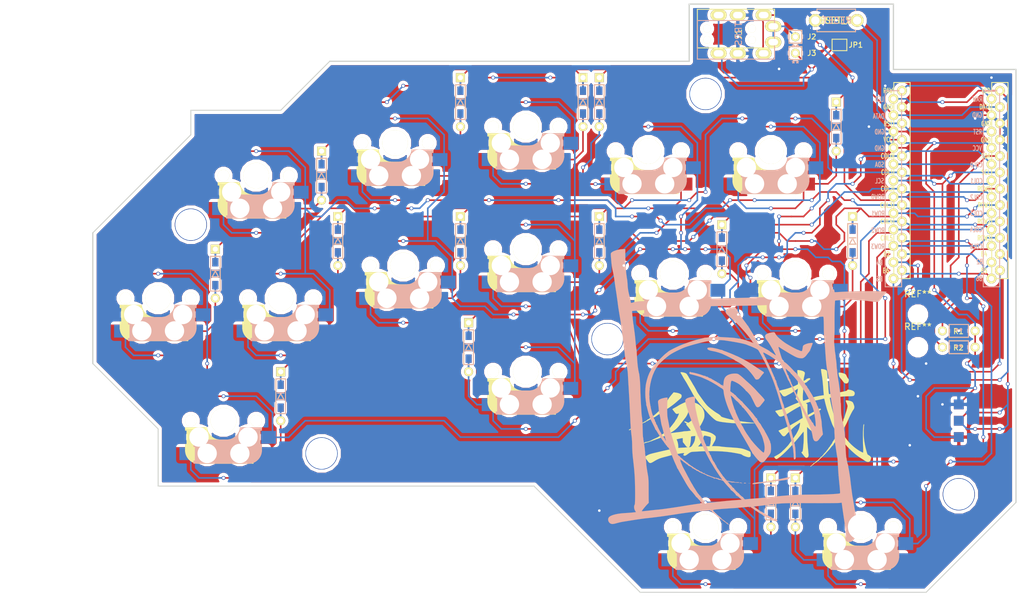
<source format=kicad_pcb>
(kicad_pcb (version 20171130) (host pcbnew 5.0.2+dfsg1-1~bpo9+1)
  (title_block (title "Kotonoha board - Bonsai -") (rev "v 1.1"))
  (layers (0 F.Cu signal) (31 B.Cu signal) (34 B.Paste user) (35 F.Paste user) (36 B.SilkS user) (37 F.SilkS user) (38 B.Mask user) (39 F.Mask user) (44 Edge.Cuts user))
  (net 0 "")
  (net 1 "Net-(D1-Pad2)")
  (net 2 ROW1)
  (net 3 ROW2)
  (net 4 "Net-(D2-Pad2)")
  (net 5 ROW0)
  (net 6 "Net-(D3-Pad2)")
  (net 7 "Net-(D4-Pad2)")
  (net 8 "Net-(D5-Pad2)")
  (net 9 "Net-(D6-Pad2)")
  (net 10 "Net-(D7-Pad2)")
  (net 11 "Net-(D8-Pad2)")
  (net 12 "Net-(D9-Pad2)")
  (net 13 "Net-(D10-Pad2)")
  (net 14 "Net-(D11-Pad2)")
  (net 15 "Net-(D12-Pad2)")
  (net 16 "Net-(D13-Pad2)")
  (net 17 ROW3)
  (net 18 "Net-(D14-Pad2)")
  (net 19 "Net-(D15-Pad2)")
  (net 20 VCC)
  (net 21 "Net-(J1-PadA)")
  (net 22 "Net-(J1-PadB)")
  (net 23 GND)
  (net 24 LED)
  (net 25 DATA)
  (net 26 SDA)
  (net 27 SCL)
  (net 28 "Net-(SW1-Pad1)")
  (net 29 COL0)
  (net 30 COL1)
  (net 31 COL2)
  (net 32 COL3)
  (net 33 COL4)
  (net 34 COL5)
  (net 35 COL6)
  (net 36 "Net-(U1-Pad24)")
  (net 37 "Net-(U1-Pad13)")
  (net 38 "Net-(U1-Pad12)")
  (net 39 "Net-(U1-Pad11)")
  (module kbd:CherryMX_Hotswap (layer F.Cu) (at 90.17 102.87 180)
    (fp_text reference SW2 hide)
    (fp_text value SW_PUSH hide)
    (pad 1 smd rect (at -7 -2.58) (size 2.3 2) (layers B.Cu B.Paste B.Mask) (net 29 COL0))
    (pad 1 smd rect (at 7 -2.58) (size 2.3 2) (layers F.Cu F.Paste F.Mask) (net 29 COL0))
    (pad 2 smd rect (at -5.7 -5.12) (size 2.3 2) (layers F.Cu F.Paste F.Mask) (net 1 "Net-(D1-Pad2)"))
    (pad "" np_thru_hole circle (at -3.81 -2.54) (size 3 3) (drill 3) (layers *.Cu *.Mask))
    (pad "" np_thru_hole circle (at -2.54 -5.08) (size 3 3) (drill 3) (layers *.Cu *.Mask))
    (pad "" np_thru_hole circle (at 3.81 -2.540001) (size 3 3) (drill 3) (layers *.Cu *.Mask))
    (pad "" np_thru_hole circle (at 2.54 -5.08) (size 3 3) (drill 3) (layers *.Cu *.Mask))
    (pad "" np_thru_hole circle (at 0 0 270) (size 4 4) (drill 4) (layers *.Cu *.Mask F.SilkS))
    (pad "" np_thru_hole circle (at 5.08 0 180) (size 1.8 1.8) (drill 1.8) (layers *.Cu *.Mask F.SilkS))
    (pad "" np_thru_hole circle (at -5.08 0 180) (size 1.8 1.8) (drill 1.8) (layers *.Cu *.Mask F.SilkS))
    (pad 2 smd rect (at 5.7 -5.12) (size 2.3 2) (layers B.Cu B.Paste B.Mask) (net 1 "Net-(D1-Pad2)"))
  )
  (module kbd:CherryMX_Hotswap (layer F.Cu) (at 189.23 99.06 180)
    (fp_text reference SW14 hide)
    (fp_text value SW_PUSH hide)
    (pad 1 smd rect (at -7 -2.58) (size 2.3 2) (layers B.Cu B.Paste B.Mask) (net 34 COL5))
    (pad 1 smd rect (at 7 -2.58) (size 2.3 2) (layers F.Cu F.Paste F.Mask) (net 34 COL5))
    (pad 2 smd rect (at -5.7 -5.12) (size 2.3 2) (layers F.Cu F.Paste F.Mask) (net 16 "Net-(D13-Pad2)"))
    (pad "" np_thru_hole circle (at -3.81 -2.54) (size 3 3) (drill 3) (layers *.Cu *.Mask))
    (pad "" np_thru_hole circle (at -2.54 -5.08) (size 3 3) (drill 3) (layers *.Cu *.Mask))
    (pad "" np_thru_hole circle (at 3.81 -2.540001) (size 3 3) (drill 3) (layers *.Cu *.Mask))
    (pad "" np_thru_hole circle (at 2.54 -5.08) (size 3 3) (drill 3) (layers *.Cu *.Mask))
    (pad "" np_thru_hole circle (at 0 0 270) (size 4 4) (drill 4) (layers *.Cu *.Mask F.SilkS))
    (pad "" np_thru_hole circle (at 5.08 0 180) (size 1.8 1.8) (drill 1.8) (layers *.Cu *.Mask F.SilkS))
    (pad "" np_thru_hole circle (at -5.08 0 180) (size 1.8 1.8) (drill 1.8) (layers *.Cu *.Mask F.SilkS))
    (pad 2 smd rect (at 5.7 -5.12) (size 2.3 2) (layers B.Cu B.Paste B.Mask) (net 16 "Net-(D13-Pad2)"))
  )
  (module kbd:CherryMX_Hotswap (layer F.Cu) (at 147.32 114.3 180)
    (fp_text reference SW10 hide)
    (fp_text value SW_PUSH hide)
    (pad 2 smd rect (at 5.7 -5.12) (size 2.3 2) (layers B.Cu B.Paste B.Mask) (net 12 "Net-(D9-Pad2)"))
    (pad "" np_thru_hole circle (at -5.08 0 180) (size 1.8 1.8) (drill 1.8) (layers *.Cu *.Mask F.SilkS))
    (pad "" np_thru_hole circle (at 5.08 0 180) (size 1.8 1.8) (drill 1.8) (layers *.Cu *.Mask F.SilkS))
    (pad "" np_thru_hole circle (at 0 0 270) (size 4 4) (drill 4) (layers *.Cu *.Mask F.SilkS))
    (pad "" np_thru_hole circle (at 2.54 -5.08) (size 3 3) (drill 3) (layers *.Cu *.Mask))
    (pad "" np_thru_hole circle (at 3.81 -2.540001) (size 3 3) (drill 3) (layers *.Cu *.Mask))
    (pad "" np_thru_hole circle (at -2.54 -5.08) (size 3 3) (drill 3) (layers *.Cu *.Mask))
    (pad "" np_thru_hole circle (at -3.81 -2.54) (size 3 3) (drill 3) (layers *.Cu *.Mask))
    (pad 2 smd rect (at -5.7 -5.12) (size 2.3 2) (layers F.Cu F.Paste F.Mask) (net 12 "Net-(D9-Pad2)"))
    (pad 1 smd rect (at 7 -2.58) (size 2.3 2) (layers F.Cu F.Paste F.Mask) (net 32 COL3))
    (pad 1 smd rect (at -7 -2.58) (size 2.3 2) (layers B.Cu B.Paste B.Mask) (net 32 COL3))
  )
  (module kbd:D3_TH_SMD (layer F.Cu) (at 99.06 99.06 270)
    (fp_text reference D1 hide)
    (fp_text value D hide)
    (pad 2 smd rect (at 1.775 0 270) (size 1.3 0.95) (layers F.Cu F.Paste F.Mask) (net 1 "Net-(D1-Pad2)"))
    (pad 2 thru_hole circle (at 3.81 0 270) (size 1.397 1.397) (drill 0.8128) (layers *.Cu *.Mask F.SilkS) (net 1 "Net-(D1-Pad2)"))
    (pad 1 thru_hole rect (at -3.81 0 270) (size 1.397 1.397) (drill 0.8128) (layers *.Cu *.Mask F.SilkS) (net 2 ROW1))
    (pad 1 smd rect (at -1.775 0 270) (size 1.3 0.95) (layers B.Cu B.Paste B.Mask) (net 2 ROW1))
    (pad 2 smd rect (at 1.775 0 270) (size 1.3 0.95) (layers B.Cu B.Paste B.Mask) (net 1 "Net-(D1-Pad2)"))
    (pad 1 smd rect (at -1.775 0 270) (size 1.3 0.95) (layers F.Cu F.Paste F.Mask) (net 2 ROW1))
  )
  (module kbd:D3_TH_SMD (layer F.Cu) (at 109.22 118.11 270)
    (fp_text reference D2 hide)
    (fp_text value D hide)
    (pad 1 smd rect (at -1.775 0 270) (size 1.3 0.95) (layers F.Cu F.Paste F.Mask) (net 3 ROW2))
    (pad 2 smd rect (at 1.775 0 270) (size 1.3 0.95) (layers B.Cu B.Paste B.Mask) (net 4 "Net-(D2-Pad2)"))
    (pad 1 smd rect (at -1.775 0 270) (size 1.3 0.95) (layers B.Cu B.Paste B.Mask) (net 3 ROW2))
    (pad 1 thru_hole rect (at -3.81 0 270) (size 1.397 1.397) (drill 0.8128) (layers *.Cu *.Mask F.SilkS) (net 3 ROW2))
    (pad 2 thru_hole circle (at 3.81 0 270) (size 1.397 1.397) (drill 0.8128) (layers *.Cu *.Mask F.SilkS) (net 4 "Net-(D2-Pad2)"))
    (pad 2 smd rect (at 1.775 0 270) (size 1.3 0.95) (layers F.Cu F.Paste F.Mask) (net 4 "Net-(D2-Pad2)"))
  )
  (module kbd:D3_TH_SMD (layer F.Cu) (at 115.57 83.82 270)
    (fp_text reference D3 hide)
    (fp_text value D hide)
    (pad 1 smd rect (at -1.775 0 270) (size 1.3 0.95) (layers F.Cu F.Paste F.Mask) (net 5 ROW0))
    (pad 2 smd rect (at 1.775 0 270) (size 1.3 0.95) (layers B.Cu B.Paste B.Mask) (net 6 "Net-(D3-Pad2)"))
    (pad 1 smd rect (at -1.775 0 270) (size 1.3 0.95) (layers B.Cu B.Paste B.Mask) (net 5 ROW0))
    (pad 1 thru_hole rect (at -3.81 0 270) (size 1.397 1.397) (drill 0.8128) (layers *.Cu *.Mask F.SilkS) (net 5 ROW0))
    (pad 2 thru_hole circle (at 3.81 0 270) (size 1.397 1.397) (drill 0.8128) (layers *.Cu *.Mask F.SilkS) (net 6 "Net-(D3-Pad2)"))
    (pad 2 smd rect (at 1.775 0 270) (size 1.3 0.95) (layers F.Cu F.Paste F.Mask) (net 6 "Net-(D3-Pad2)"))
  )
  (module kbd:D3_TH_SMD (layer F.Cu) (at 118.11 93.98 270)
    (fp_text reference D4 hide)
    (fp_text value D hide)
    (pad 2 smd rect (at 1.775 0 270) (size 1.3 0.95) (layers F.Cu F.Paste F.Mask) (net 7 "Net-(D4-Pad2)"))
    (pad 2 thru_hole circle (at 3.81 0 270) (size 1.397 1.397) (drill 0.8128) (layers *.Cu *.Mask F.SilkS) (net 7 "Net-(D4-Pad2)"))
    (pad 1 thru_hole rect (at -3.81 0 270) (size 1.397 1.397) (drill 0.8128) (layers *.Cu *.Mask F.SilkS) (net 2 ROW1))
    (pad 1 smd rect (at -1.775 0 270) (size 1.3 0.95) (layers B.Cu B.Paste B.Mask) (net 2 ROW1))
    (pad 2 smd rect (at 1.775 0 270) (size 1.3 0.95) (layers B.Cu B.Paste B.Mask) (net 7 "Net-(D4-Pad2)"))
    (pad 1 smd rect (at -1.775 0 270) (size 1.3 0.95) (layers F.Cu F.Paste F.Mask) (net 2 ROW1))
  )
  (module kbd:D3_TH_SMD (layer F.Cu) (at 137.16 72.39 270)
    (fp_text reference D5 hide)
    (fp_text value D hide)
    (pad 1 smd rect (at -1.775 0 270) (size 1.3 0.95) (layers F.Cu F.Paste F.Mask) (net 5 ROW0))
    (pad 2 smd rect (at 1.775 0 270) (size 1.3 0.95) (layers B.Cu B.Paste B.Mask) (net 8 "Net-(D5-Pad2)"))
    (pad 1 smd rect (at -1.775 0 270) (size 1.3 0.95) (layers B.Cu B.Paste B.Mask) (net 5 ROW0))
    (pad 1 thru_hole rect (at -3.81 0 270) (size 1.397 1.397) (drill 0.8128) (layers *.Cu *.Mask F.SilkS) (net 5 ROW0))
    (pad 2 thru_hole circle (at 3.81 0 270) (size 1.397 1.397) (drill 0.8128) (layers *.Cu *.Mask F.SilkS) (net 8 "Net-(D5-Pad2)"))
    (pad 2 smd rect (at 1.775 0 270) (size 1.3 0.95) (layers F.Cu F.Paste F.Mask) (net 8 "Net-(D5-Pad2)"))
  )
  (module kbd:D3_TH_SMD (layer F.Cu) (at 137.16 93.98 270)
    (fp_text reference D6 hide)
    (fp_text value D hide)
    (pad 2 smd rect (at 1.775 0 270) (size 1.3 0.95) (layers F.Cu F.Paste F.Mask) (net 9 "Net-(D6-Pad2)"))
    (pad 2 thru_hole circle (at 3.81 0 270) (size 1.397 1.397) (drill 0.8128) (layers *.Cu *.Mask F.SilkS) (net 9 "Net-(D6-Pad2)"))
    (pad 1 thru_hole rect (at -3.81 0 270) (size 1.397 1.397) (drill 0.8128) (layers *.Cu *.Mask F.SilkS) (net 2 ROW1))
    (pad 1 smd rect (at -1.775 0 270) (size 1.3 0.95) (layers B.Cu B.Paste B.Mask) (net 2 ROW1))
    (pad 2 smd rect (at 1.775 0 270) (size 1.3 0.95) (layers B.Cu B.Paste B.Mask) (net 9 "Net-(D6-Pad2)"))
    (pad 1 smd rect (at -1.775 0 270) (size 1.3 0.95) (layers F.Cu F.Paste F.Mask) (net 2 ROW1))
  )
  (module kbd:D3_TH_SMD (layer F.Cu) (at 156.21 72.39 270)
    (fp_text reference D7 hide)
    (fp_text value D hide)
    (pad 2 smd rect (at 1.775 0 270) (size 1.3 0.95) (layers F.Cu F.Paste F.Mask) (net 10 "Net-(D7-Pad2)"))
    (pad 2 thru_hole circle (at 3.81 0 270) (size 1.397 1.397) (drill 0.8128) (layers *.Cu *.Mask F.SilkS) (net 10 "Net-(D7-Pad2)"))
    (pad 1 thru_hole rect (at -3.81 0 270) (size 1.397 1.397) (drill 0.8128) (layers *.Cu *.Mask F.SilkS) (net 5 ROW0))
    (pad 1 smd rect (at -1.775 0 270) (size 1.3 0.95) (layers B.Cu B.Paste B.Mask) (net 5 ROW0))
    (pad 2 smd rect (at 1.775 0 270) (size 1.3 0.95) (layers B.Cu B.Paste B.Mask) (net 10 "Net-(D7-Pad2)"))
    (pad 1 smd rect (at -1.775 0 270) (size 1.3 0.95) (layers F.Cu F.Paste F.Mask) (net 5 ROW0))
  )
  (module kbd:D3_TH_SMD (layer F.Cu) (at 158.75 93.98 270)
    (fp_text reference D8 hide)
    (fp_text value D hide)
    (pad 1 smd rect (at -1.775 0 270) (size 1.3 0.95) (layers F.Cu F.Paste F.Mask) (net 2 ROW1))
    (pad 2 smd rect (at 1.775 0 270) (size 1.3 0.95) (layers B.Cu B.Paste B.Mask) (net 11 "Net-(D8-Pad2)"))
    (pad 1 smd rect (at -1.775 0 270) (size 1.3 0.95) (layers B.Cu B.Paste B.Mask) (net 2 ROW1))
    (pad 1 thru_hole rect (at -3.81 0 270) (size 1.397 1.397) (drill 0.8128) (layers *.Cu *.Mask F.SilkS) (net 2 ROW1))
    (pad 2 thru_hole circle (at 3.81 0 270) (size 1.397 1.397) (drill 0.8128) (layers *.Cu *.Mask F.SilkS) (net 11 "Net-(D8-Pad2)"))
    (pad 2 smd rect (at 1.775 0 270) (size 1.3 0.95) (layers F.Cu F.Paste F.Mask) (net 11 "Net-(D8-Pad2)"))
  )
  (module kbd:D3_TH_SMD (layer F.Cu) (at 138.43 110.49 270)
    (fp_text reference D9 hide)
    (fp_text value D hide)
    (pad 2 smd rect (at 1.775 0 270) (size 1.3 0.95) (layers F.Cu F.Paste F.Mask) (net 12 "Net-(D9-Pad2)"))
    (pad 2 thru_hole circle (at 3.81 0 270) (size 1.397 1.397) (drill 0.8128) (layers *.Cu *.Mask F.SilkS) (net 12 "Net-(D9-Pad2)"))
    (pad 1 thru_hole rect (at -3.81 0 270) (size 1.397 1.397) (drill 0.8128) (layers *.Cu *.Mask F.SilkS) (net 3 ROW2))
    (pad 1 smd rect (at -1.775 0 270) (size 1.3 0.95) (layers B.Cu B.Paste B.Mask) (net 3 ROW2))
    (pad 2 smd rect (at 1.775 0 270) (size 1.3 0.95) (layers B.Cu B.Paste B.Mask) (net 12 "Net-(D9-Pad2)"))
    (pad 1 smd rect (at -1.775 0 270) (size 1.3 0.95) (layers F.Cu F.Paste F.Mask) (net 3 ROW2))
  )
  (module kbd:D3_TH_SMD (layer F.Cu) (at 158.75 72.39 270)
    (fp_text reference D10 hide)
    (fp_text value D hide)
    (pad 1 smd rect (at -1.775 0 270) (size 1.3 0.95) (layers F.Cu F.Paste F.Mask) (net 5 ROW0))
    (pad 2 smd rect (at 1.775 0 270) (size 1.3 0.95) (layers B.Cu B.Paste B.Mask) (net 13 "Net-(D10-Pad2)"))
    (pad 1 smd rect (at -1.775 0 270) (size 1.3 0.95) (layers B.Cu B.Paste B.Mask) (net 5 ROW0))
    (pad 1 thru_hole rect (at -3.81 0 270) (size 1.397 1.397) (drill 0.8128) (layers *.Cu *.Mask F.SilkS) (net 5 ROW0))
    (pad 2 thru_hole circle (at 3.81 0 270) (size 1.397 1.397) (drill 0.8128) (layers *.Cu *.Mask F.SilkS) (net 13 "Net-(D10-Pad2)"))
    (pad 2 smd rect (at 1.775 0 270) (size 1.3 0.95) (layers F.Cu F.Paste F.Mask) (net 13 "Net-(D10-Pad2)"))
  )
  (module kbd:D3_TH_SMD (layer F.Cu) (at 177.8 95.25 270)
    (fp_text reference D11 hide)
    (fp_text value D hide)
    (pad 1 smd rect (at -1.775 0 270) (size 1.3 0.95) (layers F.Cu F.Paste F.Mask) (net 2 ROW1))
    (pad 2 smd rect (at 1.775 0 270) (size 1.3 0.95) (layers B.Cu B.Paste B.Mask) (net 14 "Net-(D11-Pad2)"))
    (pad 1 smd rect (at -1.775 0 270) (size 1.3 0.95) (layers B.Cu B.Paste B.Mask) (net 2 ROW1))
    (pad 1 thru_hole rect (at -3.81 0 270) (size 1.397 1.397) (drill 0.8128) (layers *.Cu *.Mask F.SilkS) (net 2 ROW1))
    (pad 2 thru_hole circle (at 3.81 0 270) (size 1.397 1.397) (drill 0.8128) (layers *.Cu *.Mask F.SilkS) (net 14 "Net-(D11-Pad2)"))
    (pad 2 smd rect (at 1.775 0 270) (size 1.3 0.95) (layers F.Cu F.Paste F.Mask) (net 14 "Net-(D11-Pad2)"))
  )
  (module kbd:D3_TH_SMD (layer F.Cu) (at 195.58 76.2 270)
    (fp_text reference D12 hide)
    (fp_text value D hide)
    (pad 2 smd rect (at 1.775 0 270) (size 1.3 0.95) (layers F.Cu F.Paste F.Mask) (net 15 "Net-(D12-Pad2)"))
    (pad 2 thru_hole circle (at 3.81 0 270) (size 1.397 1.397) (drill 0.8128) (layers *.Cu *.Mask F.SilkS) (net 15 "Net-(D12-Pad2)"))
    (pad 1 thru_hole rect (at -3.81 0 270) (size 1.397 1.397) (drill 0.8128) (layers *.Cu *.Mask F.SilkS) (net 5 ROW0))
    (pad 1 smd rect (at -1.775 0 270) (size 1.3 0.95) (layers B.Cu B.Paste B.Mask) (net 5 ROW0))
    (pad 2 smd rect (at 1.775 0 270) (size 1.3 0.95) (layers B.Cu B.Paste B.Mask) (net 15 "Net-(D12-Pad2)"))
    (pad 1 smd rect (at -1.775 0 270) (size 1.3 0.95) (layers F.Cu F.Paste F.Mask) (net 5 ROW0))
  )
  (module kbd:D3_TH_SMD (layer F.Cu) (at 198.12 93.98 270)
    (fp_text reference D13 hide)
    (fp_text value D hide)
    (pad 1 smd rect (at -1.775 0 270) (size 1.3 0.95) (layers F.Cu F.Paste F.Mask) (net 2 ROW1))
    (pad 2 smd rect (at 1.775 0 270) (size 1.3 0.95) (layers B.Cu B.Paste B.Mask) (net 16 "Net-(D13-Pad2)"))
    (pad 1 smd rect (at -1.775 0 270) (size 1.3 0.95) (layers B.Cu B.Paste B.Mask) (net 2 ROW1))
    (pad 1 thru_hole rect (at -3.81 0 270) (size 1.397 1.397) (drill 0.8128) (layers *.Cu *.Mask F.SilkS) (net 2 ROW1))
    (pad 2 thru_hole circle (at 3.81 0 270) (size 1.397 1.397) (drill 0.8128) (layers *.Cu *.Mask F.SilkS) (net 16 "Net-(D13-Pad2)"))
    (pad 2 smd rect (at 1.775 0 270) (size 1.3 0.95) (layers F.Cu F.Paste F.Mask) (net 16 "Net-(D13-Pad2)"))
  )
  (module kbd:D3_TH_SMD (layer F.Cu) (at 185.42 134.62 270)
    (fp_text reference D14 hide)
    (fp_text value D hide)
    (pad 1 smd rect (at -1.775 0 270) (size 1.3 0.95) (layers F.Cu F.Paste F.Mask) (net 17 ROW3))
    (pad 2 smd rect (at 1.775 0 270) (size 1.3 0.95) (layers B.Cu B.Paste B.Mask) (net 18 "Net-(D14-Pad2)"))
    (pad 1 smd rect (at -1.775 0 270) (size 1.3 0.95) (layers B.Cu B.Paste B.Mask) (net 17 ROW3))
    (pad 1 thru_hole rect (at -3.81 0 270) (size 1.397 1.397) (drill 0.8128) (layers *.Cu *.Mask F.SilkS) (net 17 ROW3))
    (pad 2 thru_hole circle (at 3.81 0 270) (size 1.397 1.397) (drill 0.8128) (layers *.Cu *.Mask F.SilkS) (net 18 "Net-(D14-Pad2)"))
    (pad 2 smd rect (at 1.775 0 270) (size 1.3 0.95) (layers F.Cu F.Paste F.Mask) (net 18 "Net-(D14-Pad2)"))
  )
  (module kbd:D3_TH_SMD (layer F.Cu) (at 189.23 134.62 270)
    (fp_text reference D15 hide)
    (fp_text value D hide)
    (pad 2 smd rect (at 1.775 0 270) (size 1.3 0.95) (layers F.Cu F.Paste F.Mask) (net 19 "Net-(D15-Pad2)"))
    (pad 2 thru_hole circle (at 3.81 0 270) (size 1.397 1.397) (drill 0.8128) (layers *.Cu *.Mask F.SilkS) (net 19 "Net-(D15-Pad2)"))
    (pad 1 thru_hole rect (at -3.81 0 270) (size 1.397 1.397) (drill 0.8128) (layers *.Cu *.Mask F.SilkS) (net 17 ROW3))
    (pad 1 smd rect (at -1.775 0 270) (size 1.3 0.95) (layers B.Cu B.Paste B.Mask) (net 17 ROW3))
    (pad 2 smd rect (at 1.775 0 270) (size 1.3 0.95) (layers B.Cu B.Paste B.Mask) (net 19 "Net-(D15-Pad2)"))
    (pad 1 smd rect (at -1.775 0 270) (size 1.3 0.95) (layers F.Cu F.Paste F.Mask) (net 17 ROW3))
  )
  (module kbd:MJ-4PP-9 (layer F.Cu) (at 173.99 60.96 90)
    (fp_text reference J1 (at -0.889 6.4135 90) (layer F.SilkS))
    (fp_text value MJ-4PP-9 hide)
    (fp_text user TRRS (at -0.8255 6.4135 90) (layer B.SilkS) (effects (justify mirror)))
    (pad "" np_thru_hole circle (at -1.75 8.5 90) (size 1.2 1.2) (drill 1.2) (layers *.Cu *.Mask F.SilkS))
    (pad "" np_thru_hole circle (at -1.75 1.5 90) (size 1.2 1.2) (drill 1.2) (layers *.Cu *.Mask F.SilkS))
    (pad D thru_hole oval (at -3.85 10.3 90) (size 1.7 2.5) (drill oval 1 1.5) (layers *.Cu *.Mask F.SilkS) (net 20 VCC) (clearance 0.15))
    (pad A thru_hole oval (at 0.35 11.8 90) (size 1.7 2.5) (drill oval 1 1.5) (layers *.Cu *.Mask F.SilkS) (net 21 "Net-(J1-PadA)") (clearance 0.15))
    (pad B thru_hole oval (at -3.85 3.3 90) (size 1.7 2.5) (drill oval 1 1.5) (layers *.Cu *.Mask F.SilkS) (net 22 "Net-(J1-PadB)"))
    (pad C thru_hole oval (at -3.85 6.3 90) (size 1.7 2.5) (drill oval 1 1.5) (layers *.Cu *.Mask F.SilkS) (net 23 GND))
    (pad "" np_thru_hole circle (at 0 1.5 90) (size 1.2 1.2) (drill 1.2) (layers *.Cu *.Mask F.SilkS))
    (pad "" np_thru_hole circle (at 0 8.5 90) (size 1.2 1.2) (drill 1.2) (layers *.Cu *.Mask F.SilkS))
    (pad B thru_hole oval (at 2.1 3.3 90) (size 1.7 2.5) (drill oval 1 1.5) (layers *.Cu *.Mask F.SilkS) (net 22 "Net-(J1-PadB)"))
    (pad C thru_hole oval (at 2.1 6.3 90) (size 1.7 2.5) (drill oval 1 1.5) (layers *.Cu *.Mask F.SilkS) (net 23 GND))
    (pad D thru_hole oval (at 2.1 10.3 90) (size 1.7 2.5) (drill oval 1 1.5) (layers *.Cu *.Mask F.SilkS) (net 20 VCC) (clearance 0.15))
    (pad A thru_hole oval (at -2.1 11.8 90) (size 1.7 2.5) (drill oval 1 1.5) (layers *.Cu *.Mask F.SilkS) (net 21 "Net-(J1-PadA)") (clearance 0.15))
  )
  (module kbd:1pin_conn (layer F.Cu) (at 189.23 62.23)
    (fp_text reference J2 (at 2.54 0) (layer F.SilkS) (effects (font (size 0.8128 0.8128))))
    (fp_text value i2c_pin hide)
    (fp_text user ** (at 0 1.651) (layer B.SilkS) (effects (font (size 0.8128 0.8128)) (justify mirror)))
    (pad 1 thru_hole circle (at 0 0) (size 1.397 1.397) (drill 0.8128) (layers *.Cu *.Mask F.SilkS) (net 21 "Net-(J1-PadA)"))
  )
  (module kbd:1pin_conn (layer F.Cu) (at 189.23 64.77)
    (fp_text reference J3 (at 2.54 0) (layer F.SilkS) (effects (font (size 0.8128 0.8128))))
    (fp_text value i2c_pin hide)
    (fp_text user ** (at 0 1.651) (layer B.SilkS) (effects (font (size 0.8128 0.8128)) (justify mirror)))
    (pad 1 thru_hole circle (at 0 0) (size 1.397 1.397) (drill 0.8128) (layers *.Cu *.Mask F.SilkS) (net 22 "Net-(J1-PadB)"))
  )
  (module kbd:StripLED_rev (layer F.Cu) (at 214.63 124.46 180)
    (fp_text reference J4 hide)
    (fp_text value LED hide)
    (pad 3 smd rect (at 0 5.08 180) (size 1.524 1.524) (layers F.Cu F.Paste F.Mask) (net 20 VCC))
    (pad 2 smd rect (at 0 2.54 180) (size 1.524 1.524) (layers F.Cu F.Paste F.Mask) (net 24 LED))
    (pad 1 smd rect (at 0 0 180) (size 1.524 1.524) (layers F.Cu F.Paste F.Mask) (net 23 GND))
    (pad 1 smd rect (at 0 5.08 180) (size 1.524 1.524) (layers B.Cu B.Paste B.Mask) (net 23 GND))
    (pad 2 smd rect (at 0 2.54 180) (size 1.524 1.524) (layers B.Cu B.Paste B.Mask) (net 24 LED))
    (pad 3 smd rect (at 0 0 180) (size 1.524 1.524) (layers B.Cu B.Paste B.Mask) (net 20 VCC))
  )
  (module kbd:JP (layer F.Cu) (at 196.08038 63.5 180)
    (fp_text reference JP1 (at -2.54 0 180) (layer F.SilkS) (effects (font (size 0.8128 0.8128) (thickness 0.1524))))
    (fp_text value Jumper hide)
    (pad 1 smd rect (at -0.50038 0 180) (size 0.635 1.143) (layers F.Cu F.Paste F.Mask) (net 25 DATA) (clearance 0.1905))
    (pad 2 smd rect (at 0.50038 0 180) (size 0.635 1.143) (layers F.Cu F.Paste F.Mask) (net 22 "Net-(J1-PadB)") (clearance 0.1905))
    (pad "" smd rect (at 0 0 270) (size 0.381 0.381) (layers F.Cu F.Paste F.Mask) (clearance 0.00254))
  )
  (module kbd:R (layer F.Cu) (at 214.63 107.95 180)
    (fp_text reference R1 (at 0.05 -0.08 180) (layer F.SilkS) (effects (font (size 0.8128 0.8128))))
    (fp_text value R hide)
    (fp_text user ** (at 0 -0.0635 180) (layer B.SilkS) (effects (font (size 0.8128 0.8128)) (justify mirror)))
    (pad 2 thru_hole circle (at 2.54 0 180) (size 1.397 1.397) (drill 0.8128) (layers *.Cu *.Mask F.SilkS) (net 26 SDA))
    (pad 1 thru_hole circle (at -2.54 0 180) (size 1.397 1.397) (drill 0.8128) (layers *.Cu *.Mask F.SilkS) (net 20 VCC))
  )
  (module kbd:R (layer F.Cu) (at 214.63 110.49 180)
    (fp_text reference R2 (at 0.05 -0.08 180) (layer F.SilkS) (effects (font (size 0.8128 0.8128))))
    (fp_text value R hide)
    (fp_text user ** (at 0 -0.0635 180) (layer B.SilkS) (effects (font (size 0.8128 0.8128)) (justify mirror)))
    (pad 1 thru_hole circle (at -2.54 0 180) (size 1.397 1.397) (drill 0.8128) (layers *.Cu *.Mask F.SilkS) (net 20 VCC))
    (pad 2 thru_hole circle (at 2.54 0 180) (size 1.397 1.397) (drill 0.8128) (layers *.Cu *.Mask F.SilkS) (net 27 SCL))
  )
  (module kbd:ResetSW (layer F.Cu) (at 195.58 59.69)
    (fp_text reference SW1 hide)
    (fp_text value RESET_SW (at 0 0) (layer F.SilkS))
    (fp_text user RESET (at 0.127 0) (layer B.SilkS) (effects (justify mirror)))
    (fp_text user RESET (at 0 0) (layer F.SilkS))
    (pad 1 thru_hole circle (at 3.25 0) (size 2 2) (drill 1.3) (layers *.Cu *.Mask F.SilkS) (net 28 "Net-(SW1-Pad1)"))
    (pad 2 thru_hole circle (at -3.25 0) (size 2 2) (drill 1.3) (layers *.Cu *.Mask F.SilkS) (net 23 GND))
  )
  (module kbd:CherryMX_Hotswap (layer F.Cu) (at 100.33 121.92 180)
    (fp_text reference SW3 hide)
    (fp_text value SW_PUSH hide)
    (pad 2 smd rect (at 5.7 -5.12) (size 2.3 2) (layers B.Cu B.Paste B.Mask) (net 4 "Net-(D2-Pad2)"))
    (pad "" np_thru_hole circle (at -5.08 0 180) (size 1.8 1.8) (drill 1.8) (layers *.Cu *.Mask F.SilkS))
    (pad "" np_thru_hole circle (at 5.08 0 180) (size 1.8 1.8) (drill 1.8) (layers *.Cu *.Mask F.SilkS))
    (pad "" np_thru_hole circle (at 0 0 270) (size 4 4) (drill 4) (layers *.Cu *.Mask F.SilkS))
    (pad "" np_thru_hole circle (at 2.54 -5.08) (size 3 3) (drill 3) (layers *.Cu *.Mask))
    (pad "" np_thru_hole circle (at 3.81 -2.540001) (size 3 3) (drill 3) (layers *.Cu *.Mask))
    (pad "" np_thru_hole circle (at -2.54 -5.08) (size 3 3) (drill 3) (layers *.Cu *.Mask))
    (pad "" np_thru_hole circle (at -3.81 -2.54) (size 3 3) (drill 3) (layers *.Cu *.Mask))
    (pad 2 smd rect (at -5.7 -5.12) (size 2.3 2) (layers F.Cu F.Paste F.Mask) (net 4 "Net-(D2-Pad2)"))
    (pad 1 smd rect (at 7 -2.58) (size 2.3 2) (layers F.Cu F.Paste F.Mask) (net 29 COL0))
    (pad 1 smd rect (at -7 -2.58) (size 2.3 2) (layers B.Cu B.Paste B.Mask) (net 29 COL0))
  )
  (module kbd:CherryMX_Hotswap (layer F.Cu) (at 105.41 83.82 180)
    (fp_text reference SW4 hide)
    (fp_text value SW_PUSH hide)
    (pad 1 smd rect (at -7 -2.58) (size 2.3 2) (layers B.Cu B.Paste B.Mask) (net 30 COL1))
    (pad 1 smd rect (at 7 -2.58) (size 2.3 2) (layers F.Cu F.Paste F.Mask) (net 30 COL1))
    (pad 2 smd rect (at -5.7 -5.12) (size 2.3 2) (layers F.Cu F.Paste F.Mask) (net 6 "Net-(D3-Pad2)"))
    (pad "" np_thru_hole circle (at -3.81 -2.54) (size 3 3) (drill 3) (layers *.Cu *.Mask))
    (pad "" np_thru_hole circle (at -2.54 -5.08) (size 3 3) (drill 3) (layers *.Cu *.Mask))
    (pad "" np_thru_hole circle (at 3.81 -2.540001) (size 3 3) (drill 3) (layers *.Cu *.Mask))
    (pad "" np_thru_hole circle (at 2.54 -5.08) (size 3 3) (drill 3) (layers *.Cu *.Mask))
    (pad "" np_thru_hole circle (at 0 0 270) (size 4 4) (drill 4) (layers *.Cu *.Mask F.SilkS))
    (pad "" np_thru_hole circle (at 5.08 0 180) (size 1.8 1.8) (drill 1.8) (layers *.Cu *.Mask F.SilkS))
    (pad "" np_thru_hole circle (at -5.08 0 180) (size 1.8 1.8) (drill 1.8) (layers *.Cu *.Mask F.SilkS))
    (pad 2 smd rect (at 5.7 -5.12) (size 2.3 2) (layers B.Cu B.Paste B.Mask) (net 6 "Net-(D3-Pad2)"))
  )
  (module kbd:CherryMX_Hotswap (layer F.Cu) (at 109.22 102.87 180)
    (fp_text reference SW5 hide)
    (fp_text value SW_PUSH hide)
    (pad 2 smd rect (at 5.7 -5.12) (size 2.3 2) (layers B.Cu B.Paste B.Mask) (net 7 "Net-(D4-Pad2)"))
    (pad "" np_thru_hole circle (at -5.08 0 180) (size 1.8 1.8) (drill 1.8) (layers *.Cu *.Mask F.SilkS))
    (pad "" np_thru_hole circle (at 5.08 0 180) (size 1.8 1.8) (drill 1.8) (layers *.Cu *.Mask F.SilkS))
    (pad "" np_thru_hole circle (at 0 0 270) (size 4 4) (drill 4) (layers *.Cu *.Mask F.SilkS))
    (pad "" np_thru_hole circle (at 2.54 -5.08) (size 3 3) (drill 3) (layers *.Cu *.Mask))
    (pad "" np_thru_hole circle (at 3.81 -2.540001) (size 3 3) (drill 3) (layers *.Cu *.Mask))
    (pad "" np_thru_hole circle (at -2.54 -5.08) (size 3 3) (drill 3) (layers *.Cu *.Mask))
    (pad "" np_thru_hole circle (at -3.81 -2.54) (size 3 3) (drill 3) (layers *.Cu *.Mask))
    (pad 2 smd rect (at -5.7 -5.12) (size 2.3 2) (layers F.Cu F.Paste F.Mask) (net 7 "Net-(D4-Pad2)"))
    (pad 1 smd rect (at 7 -2.58) (size 2.3 2) (layers F.Cu F.Paste F.Mask) (net 30 COL1))
    (pad 1 smd rect (at -7 -2.58) (size 2.3 2) (layers B.Cu B.Paste B.Mask) (net 30 COL1))
  )
  (module kbd:CherryMX_Hotswap (layer F.Cu) (at 127 78.74 180)
    (fp_text reference SW6 hide)
    (fp_text value SW_PUSH hide)
    (pad 2 smd rect (at 5.7 -5.12) (size 2.3 2) (layers B.Cu B.Paste B.Mask) (net 8 "Net-(D5-Pad2)"))
    (pad "" np_thru_hole circle (at -5.08 0 180) (size 1.8 1.8) (drill 1.8) (layers *.Cu *.Mask F.SilkS))
    (pad "" np_thru_hole circle (at 5.08 0 180) (size 1.8 1.8) (drill 1.8) (layers *.Cu *.Mask F.SilkS))
    (pad "" np_thru_hole circle (at 0 0 270) (size 4 4) (drill 4) (layers *.Cu *.Mask F.SilkS))
    (pad "" np_thru_hole circle (at 2.54 -5.08) (size 3 3) (drill 3) (layers *.Cu *.Mask))
    (pad "" np_thru_hole circle (at 3.81 -2.540001) (size 3 3) (drill 3) (layers *.Cu *.Mask))
    (pad "" np_thru_hole circle (at -2.54 -5.08) (size 3 3) (drill 3) (layers *.Cu *.Mask))
    (pad "" np_thru_hole circle (at -3.81 -2.54) (size 3 3) (drill 3) (layers *.Cu *.Mask))
    (pad 2 smd rect (at -5.7 -5.12) (size 2.3 2) (layers F.Cu F.Paste F.Mask) (net 8 "Net-(D5-Pad2)"))
    (pad 1 smd rect (at 7 -2.58) (size 2.3 2) (layers F.Cu F.Paste F.Mask) (net 31 COL2))
    (pad 1 smd rect (at -7 -2.58) (size 2.3 2) (layers B.Cu B.Paste B.Mask) (net 31 COL2))
  )
  (module kbd:CherryMX_Hotswap (layer F.Cu) (at 128.27 97.79 180)
    (fp_text reference SW7 hide)
    (fp_text value SW_PUSH hide)
    (pad 2 smd rect (at 5.7 -5.12) (size 2.3 2) (layers B.Cu B.Paste B.Mask) (net 9 "Net-(D6-Pad2)"))
    (pad "" np_thru_hole circle (at -5.08 0 180) (size 1.8 1.8) (drill 1.8) (layers *.Cu *.Mask F.SilkS))
    (pad "" np_thru_hole circle (at 5.08 0 180) (size 1.8 1.8) (drill 1.8) (layers *.Cu *.Mask F.SilkS))
    (pad "" np_thru_hole circle (at 0 0 270) (size 4 4) (drill 4) (layers *.Cu *.Mask F.SilkS))
    (pad "" np_thru_hole circle (at 2.54 -5.08) (size 3 3) (drill 3) (layers *.Cu *.Mask))
    (pad "" np_thru_hole circle (at 3.81 -2.540001) (size 3 3) (drill 3) (layers *.Cu *.Mask))
    (pad "" np_thru_hole circle (at -2.54 -5.08) (size 3 3) (drill 3) (layers *.Cu *.Mask))
    (pad "" np_thru_hole circle (at -3.81 -2.54) (size 3 3) (drill 3) (layers *.Cu *.Mask))
    (pad 2 smd rect (at -5.7 -5.12) (size 2.3 2) (layers F.Cu F.Paste F.Mask) (net 9 "Net-(D6-Pad2)"))
    (pad 1 smd rect (at 7 -2.58) (size 2.3 2) (layers F.Cu F.Paste F.Mask) (net 31 COL2))
    (pad 1 smd rect (at -7 -2.58) (size 2.3 2) (layers B.Cu B.Paste B.Mask) (net 31 COL2))
  )
  (module kbd:CherryMX_Hotswap (layer F.Cu) (at 147.32 76.2 180)
    (fp_text reference SW8 hide)
    (fp_text value SW_PUSH hide)
    (pad 1 smd rect (at -7 -2.58) (size 2.3 2) (layers B.Cu B.Paste B.Mask) (net 32 COL3))
    (pad 1 smd rect (at 7 -2.58) (size 2.3 2) (layers F.Cu F.Paste F.Mask) (net 32 COL3))
    (pad 2 smd rect (at -5.7 -5.12) (size 2.3 2) (layers F.Cu F.Paste F.Mask) (net 10 "Net-(D7-Pad2)"))
    (pad "" np_thru_hole circle (at -3.81 -2.54) (size 3 3) (drill 3) (layers *.Cu *.Mask))
    (pad "" np_thru_hole circle (at -2.54 -5.08) (size 3 3) (drill 3) (layers *.Cu *.Mask))
    (pad "" np_thru_hole circle (at 3.81 -2.540001) (size 3 3) (drill 3) (layers *.Cu *.Mask))
    (pad "" np_thru_hole circle (at 2.54 -5.08) (size 3 3) (drill 3) (layers *.Cu *.Mask))
    (pad "" np_thru_hole circle (at 0 0 270) (size 4 4) (drill 4) (layers *.Cu *.Mask F.SilkS))
    (pad "" np_thru_hole circle (at 5.08 0 180) (size 1.8 1.8) (drill 1.8) (layers *.Cu *.Mask F.SilkS))
    (pad "" np_thru_hole circle (at -5.08 0 180) (size 1.8 1.8) (drill 1.8) (layers *.Cu *.Mask F.SilkS))
    (pad 2 smd rect (at 5.7 -5.12) (size 2.3 2) (layers B.Cu B.Paste B.Mask) (net 10 "Net-(D7-Pad2)"))
  )
  (module kbd:CherryMX_Hotswap (layer F.Cu) (at 147.32 95.25 180)
    (fp_text reference SW9 hide)
    (fp_text value SW_PUSH hide)
    (pad 1 smd rect (at -7 -2.58) (size 2.3 2) (layers B.Cu B.Paste B.Mask) (net 32 COL3))
    (pad 1 smd rect (at 7 -2.58) (size 2.3 2) (layers F.Cu F.Paste F.Mask) (net 32 COL3))
    (pad 2 smd rect (at -5.7 -5.12) (size 2.3 2) (layers F.Cu F.Paste F.Mask) (net 11 "Net-(D8-Pad2)"))
    (pad "" np_thru_hole circle (at -3.81 -2.54) (size 3 3) (drill 3) (layers *.Cu *.Mask))
    (pad "" np_thru_hole circle (at -2.54 -5.08) (size 3 3) (drill 3) (layers *.Cu *.Mask))
    (pad "" np_thru_hole circle (at 3.81 -2.540001) (size 3 3) (drill 3) (layers *.Cu *.Mask))
    (pad "" np_thru_hole circle (at 2.54 -5.08) (size 3 3) (drill 3) (layers *.Cu *.Mask))
    (pad "" np_thru_hole circle (at 0 0 270) (size 4 4) (drill 4) (layers *.Cu *.Mask F.SilkS))
    (pad "" np_thru_hole circle (at 5.08 0 180) (size 1.8 1.8) (drill 1.8) (layers *.Cu *.Mask F.SilkS))
    (pad "" np_thru_hole circle (at -5.08 0 180) (size 1.8 1.8) (drill 1.8) (layers *.Cu *.Mask F.SilkS))
    (pad 2 smd rect (at 5.7 -5.12) (size 2.3 2) (layers B.Cu B.Paste B.Mask) (net 11 "Net-(D8-Pad2)"))
  )
  (module kbd:CherryMX_Hotswap (layer F.Cu) (at 166.37 80.01 180)
    (fp_text reference SW11 hide)
    (fp_text value SW_PUSH hide)
    (pad 2 smd rect (at 5.7 -5.12) (size 2.3 2) (layers B.Cu B.Paste B.Mask) (net 13 "Net-(D10-Pad2)"))
    (pad "" np_thru_hole circle (at -5.08 0 180) (size 1.8 1.8) (drill 1.8) (layers *.Cu *.Mask F.SilkS))
    (pad "" np_thru_hole circle (at 5.08 0 180) (size 1.8 1.8) (drill 1.8) (layers *.Cu *.Mask F.SilkS))
    (pad "" np_thru_hole circle (at 0 0 270) (size 4 4) (drill 4) (layers *.Cu *.Mask F.SilkS))
    (pad "" np_thru_hole circle (at 2.54 -5.08) (size 3 3) (drill 3) (layers *.Cu *.Mask))
    (pad "" np_thru_hole circle (at 3.81 -2.540001) (size 3 3) (drill 3) (layers *.Cu *.Mask))
    (pad "" np_thru_hole circle (at -2.54 -5.08) (size 3 3) (drill 3) (layers *.Cu *.Mask))
    (pad "" np_thru_hole circle (at -3.81 -2.54) (size 3 3) (drill 3) (layers *.Cu *.Mask))
    (pad 2 smd rect (at -5.7 -5.12) (size 2.3 2) (layers F.Cu F.Paste F.Mask) (net 13 "Net-(D10-Pad2)"))
    (pad 1 smd rect (at 7 -2.58) (size 2.3 2) (layers F.Cu F.Paste F.Mask) (net 33 COL4))
    (pad 1 smd rect (at -7 -2.58) (size 2.3 2) (layers B.Cu B.Paste B.Mask) (net 33 COL4))
  )
  (module kbd:CherryMX_Hotswap (layer F.Cu) (at 170.18 99.06 180)
    (fp_text reference SW12 hide)
    (fp_text value SW_PUSH hide)
    (pad 1 smd rect (at -7 -2.58) (size 2.3 2) (layers B.Cu B.Paste B.Mask) (net 33 COL4))
    (pad 1 smd rect (at 7 -2.58) (size 2.3 2) (layers F.Cu F.Paste F.Mask) (net 33 COL4))
    (pad 2 smd rect (at -5.7 -5.12) (size 2.3 2) (layers F.Cu F.Paste F.Mask) (net 14 "Net-(D11-Pad2)"))
    (pad "" np_thru_hole circle (at -3.81 -2.54) (size 3 3) (drill 3) (layers *.Cu *.Mask))
    (pad "" np_thru_hole circle (at -2.54 -5.08) (size 3 3) (drill 3) (layers *.Cu *.Mask))
    (pad "" np_thru_hole circle (at 3.81 -2.540001) (size 3 3) (drill 3) (layers *.Cu *.Mask))
    (pad "" np_thru_hole circle (at 2.54 -5.08) (size 3 3) (drill 3) (layers *.Cu *.Mask))
    (pad "" np_thru_hole circle (at 0 0 270) (size 4 4) (drill 4) (layers *.Cu *.Mask F.SilkS))
    (pad "" np_thru_hole circle (at 5.08 0 180) (size 1.8 1.8) (drill 1.8) (layers *.Cu *.Mask F.SilkS))
    (pad "" np_thru_hole circle (at -5.08 0 180) (size 1.8 1.8) (drill 1.8) (layers *.Cu *.Mask F.SilkS))
    (pad 2 smd rect (at 5.7 -5.12) (size 2.3 2) (layers B.Cu B.Paste B.Mask) (net 14 "Net-(D11-Pad2)"))
  )
  (module kbd:CherryMX_Hotswap (layer F.Cu) (at 185.42 80.01 180)
    (fp_text reference SW13 hide)
    (fp_text value SW_PUSH hide)
    (pad 1 smd rect (at -7 -2.58) (size 2.3 2) (layers B.Cu B.Paste B.Mask) (net 34 COL5))
    (pad 1 smd rect (at 7 -2.58) (size 2.3 2) (layers F.Cu F.Paste F.Mask) (net 34 COL5))
    (pad 2 smd rect (at -5.7 -5.12) (size 2.3 2) (layers F.Cu F.Paste F.Mask) (net 15 "Net-(D12-Pad2)"))
    (pad "" np_thru_hole circle (at -3.81 -2.54) (size 3 3) (drill 3) (layers *.Cu *.Mask))
    (pad "" np_thru_hole circle (at -2.54 -5.08) (size 3 3) (drill 3) (layers *.Cu *.Mask))
    (pad "" np_thru_hole circle (at 3.81 -2.540001) (size 3 3) (drill 3) (layers *.Cu *.Mask))
    (pad "" np_thru_hole circle (at 2.54 -5.08) (size 3 3) (drill 3) (layers *.Cu *.Mask))
    (pad "" np_thru_hole circle (at 0 0 270) (size 4 4) (drill 4) (layers *.Cu *.Mask F.SilkS))
    (pad "" np_thru_hole circle (at 5.08 0 180) (size 1.8 1.8) (drill 1.8) (layers *.Cu *.Mask F.SilkS))
    (pad "" np_thru_hole circle (at -5.08 0 180) (size 1.8 1.8) (drill 1.8) (layers *.Cu *.Mask F.SilkS))
    (pad 2 smd rect (at 5.7 -5.12) (size 2.3 2) (layers B.Cu B.Paste B.Mask) (net 15 "Net-(D12-Pad2)"))
  )
  (module kbd:CherryMX_Hotswap (layer F.Cu) (at 175.26 138.43 180)
    (fp_text reference SW15 hide)
    (fp_text value SW_PUSH hide)
    (pad 1 smd rect (at -7 -2.58) (size 2.3 2) (layers B.Cu B.Paste B.Mask) (net 34 COL5))
    (pad 1 smd rect (at 7 -2.58) (size 2.3 2) (layers F.Cu F.Paste F.Mask) (net 34 COL5))
    (pad 2 smd rect (at -5.7 -5.12) (size 2.3 2) (layers F.Cu F.Paste F.Mask) (net 18 "Net-(D14-Pad2)"))
    (pad "" np_thru_hole circle (at -3.81 -2.54) (size 3 3) (drill 3) (layers *.Cu *.Mask))
    (pad "" np_thru_hole circle (at -2.54 -5.08) (size 3 3) (drill 3) (layers *.Cu *.Mask))
    (pad "" np_thru_hole circle (at 3.81 -2.54) (size 3 3) (drill 3) (layers *.Cu *.Mask))
    (pad "" np_thru_hole circle (at 2.540001 -5.08) (size 3 3) (drill 3) (layers *.Cu *.Mask))
    (pad "" np_thru_hole circle (at 0 0 270) (size 4 4) (drill 4) (layers *.Cu *.Mask F.SilkS))
    (pad "" np_thru_hole circle (at 5.08 0 180) (size 1.8 1.8) (drill 1.8) (layers *.Cu *.Mask F.SilkS))
    (pad "" np_thru_hole circle (at -5.08 0 180) (size 1.8 1.8) (drill 1.8) (layers *.Cu *.Mask F.SilkS))
    (pad 2 smd rect (at 5.7 -5.12) (size 2.3 2) (layers B.Cu B.Paste B.Mask) (net 18 "Net-(D14-Pad2)"))
  )
  (module kbd:CherryMX_Hotswap (layer F.Cu) (at 199.39 138.43 180)
    (fp_text reference SW16 hide)
    (fp_text value SW_PUSH hide)
    (pad 2 smd rect (at 5.7 -5.12) (size 2.3 2) (layers B.Cu B.Paste B.Mask) (net 19 "Net-(D15-Pad2)"))
    (pad "" np_thru_hole circle (at -5.08 0 180) (size 1.8 1.8) (drill 1.8) (layers *.Cu *.Mask F.SilkS))
    (pad "" np_thru_hole circle (at 5.08 0 180) (size 1.8 1.8) (drill 1.8) (layers *.Cu *.Mask F.SilkS))
    (pad "" np_thru_hole circle (at 0 0 270) (size 4 4) (drill 4) (layers *.Cu *.Mask F.SilkS))
    (pad "" np_thru_hole circle (at 2.54 -5.08) (size 3 3) (drill 3) (layers *.Cu *.Mask))
    (pad "" np_thru_hole circle (at 3.81 -2.540001) (size 3 3) (drill 3) (layers *.Cu *.Mask))
    (pad "" np_thru_hole circle (at -2.54 -5.08) (size 3 3) (drill 3) (layers *.Cu *.Mask))
    (pad "" np_thru_hole circle (at -3.81 -2.54) (size 3 3) (drill 3) (layers *.Cu *.Mask))
    (pad 2 smd rect (at -5.7 -5.12) (size 2.3 2) (layers F.Cu F.Paste F.Mask) (net 19 "Net-(D15-Pad2)"))
    (pad 1 smd rect (at 7 -2.58) (size 2.3 2) (layers F.Cu F.Paste F.Mask) (net 35 COL6))
    (pad 1 smd rect (at -7 -2.58) (size 2.3 2) (layers B.Cu B.Paste B.Mask) (net 35 COL6))
  )
  (module kbd:ProMicro_v2 (layer F.Cu) (at 213.36 85.09)
    (fp_text reference U1 hide)
    (fp_text value ProMicro hide)
    (fp_text user RAW (at 4.191 -13.1445) (layer B.SilkS) (effects (font (size 0.75 0.5) (thickness 0.125)) (justify mirror)))
    (fp_text user LED (at -11.049 -13.1445) (layer B.SilkS) (effects (font (size 0.75 0.5) (thickness 0.125)) (justify mirror)))
    (fp_text user GND (at 4.1275 -10.668) (layer B.SilkS) (effects (font (size 0.75 0.5) (thickness 0.125)) (justify mirror)))
    (fp_text user DATA (at -11.2 -10.5) (layer B.SilkS) (effects (font (size 0.75 0.5) (thickness 0.125)) (justify mirror)))
    (fp_text user RST (at 4.191 -8.0645) (layer B.SilkS) (effects (font (size 0.75 0.5) (thickness 0.125)) (justify mirror)))
    (fp_text user GND (at -11.049 -8.0645) (layer B.SilkS) (effects (font (size 0.75 0.5) (thickness 0.125)) (justify mirror)))
    (fp_text user VCC (at 4.1275 -5.5245) (layer B.SilkS) (effects (font (size 0.75 0.5) (thickness 0.125)) (justify mirror)))
    (fp_text user GND (at -11.049 -5.5245) (layer B.SilkS) (effects (font (size 0.75 0.5) (thickness 0.125)) (justify mirror)))
    (fp_text user COL3 (at 4 4.6) (layer B.SilkS) (effects (font (size 0.75 0.5) (thickness 0.125)) (justify mirror)))
    (fp_text user ROW0 (at -11.3 2.032) (layer B.SilkS) (effects (font (size 0.75 0.5) (thickness 0.125)) (justify mirror)))
    (fp_text user COL2 (at 4 2.1) (layer B.SilkS) (effects (font (size 0.75 0.5) (thickness 0.125)) (justify mirror)))
    (fp_text user SCL (at -11.049 -0.4445) (layer B.SilkS) (effects (font (size 0.75 0.5) (thickness 0.125)) (justify mirror)))
    (fp_text user COL1 (at 4 -0.4445) (layer B.SilkS) (effects (font (size 0.75 0.5) (thickness 0.125)) (justify mirror)))
    (fp_text user SDA (at -11.049 -2.9845) (layer B.SilkS) (effects (font (size 0.75 0.5) (thickness 0.125)) (justify mirror)))
    (fp_text user COL0 (at 4 -2.95) (layer B.SilkS) (effects (font (size 0.75 0.5) (thickness 0.125)) (justify mirror)))
    (fp_text user B6 (at 4.445 14.732) (layer B.SilkS) (effects (font (size 0.75 0.5) (thickness 0.125)) (justify mirror)))
    (fp_text user B5 (at -11.049 14.7955) (layer B.SilkS) (effects (font (size 0.75 0.5) (thickness 0.125)) (justify mirror)))
    (fp_text user B4 (at -11.049 12.2555) (layer B.SilkS) (effects (font (size 0.75 0.5) (thickness 0.125)) (justify mirror)))
    (fp_text user B2 (at 4.5085 12.1285) (layer B.SilkS) (effects (font (size 0.75 0.5) (thickness 0.125)) (justify mirror)))
    (fp_text user ROW3 (at -11.3 9.75) (layer B.SilkS) (effects (font (size 0.75 0.5) (thickness 0.125)) (justify mirror)))
    (fp_text user COL5 (at 4 9.75) (layer B.SilkS) (effects (font (size 0.75 0.5) (thickness 0.125)) (justify mirror)))
    (fp_text user ROW2 (at -11.3 7.239) (layer B.SilkS) (effects (font (size 0.75 0.5) (thickness 0.125)) (justify mirror)))
    (fp_text user COL4 (at 3.95 7.112) (layer B.SilkS) (effects (font (size 0.75 0.5) (thickness 0.125)) (justify mirror)))
    (fp_text user ROW1 (at -11.3 4.6355) (layer B.SilkS) (effects (font (size 0.75 0.5) (thickness 0.125)) (justify mirror)))
    (fp_text user ROW1 (at 5.25 3.302) (layer F.SilkS) (effects (font (size 0.75 0.5) (thickness 0.125))))
    (fp_text user COL4 (at -9.95 5.85) (layer F.SilkS) (effects (font (size 0.75 0.5) (thickness 0.125))))
    (fp_text user ROW2 (at 5.2 5.85) (layer F.SilkS) (effects (font (size 0.75 0.5) (thickness 0.125))))
    (fp_text user COL5 (at -9.95 8.4455) (layer F.SilkS) (effects (font (size 0.75 0.5) (thickness 0.125))))
    (fp_text user ROW3 (at 5.2 8.4455) (layer F.SilkS) (effects (font (size 0.75 0.5) (thickness 0.125))))
    (fp_text user B2 (at -9.95 10.95) (layer F.SilkS) (effects (font (size 0.75 0.5) (thickness 0.125))))
    (fp_text user B4 (at 5.2 10.922) (layer F.SilkS) (effects (font (size 0.75 0.5) (thickness 0.125))))
    (fp_text user B5 (at 5.2 13.5255) (layer F.SilkS) (effects (font (size 0.75 0.5) (thickness 0.125))))
    (fp_text user B6 (at -10.05 13.5) (layer F.SilkS) (effects (font (size 0.75 0.5) (thickness 0.125))))
    (fp_text user COL0 (at -9.9 -4.3) (layer F.SilkS) (effects (font (size 0.75 0.5) (thickness 0.125))))
    (fp_text user SDA (at 5.461 -4.318) (layer F.SilkS) (effects (font (size 0.75 0.5) (thickness 0.125))))
    (fp_text user COL1 (at -9.85 -1.778) (layer F.SilkS) (effects (font (size 0.75 0.5) (thickness 0.125))))
    (fp_text user SCL (at 5.461 -1.778) (layer F.SilkS) (effects (font (size 0.75 0.5) (thickness 0.125))))
    (fp_text user COL2 (at -9.9 0.762) (layer F.SilkS) (effects (font (size 0.75 0.5) (thickness 0.125))))
    (fp_text user ROW0 (at 5.2 0.8) (layer F.SilkS) (effects (font (size 0.75 0.5) (thickness 0.125))))
    (fp_text user COL3 (at -10 3.35) (layer F.SilkS) (effects (font (size 0.75 0.5) (thickness 0.125))))
    (fp_text user GND (at 5.461 -6.7945) (layer F.SilkS) (effects (font (size 0.75 0.5) (thickness 0.125))))
    (fp_text user VCC (at -9.7155 -6.858) (layer F.SilkS) (effects (font (size 0.75 0.5) (thickness 0.125))))
    (fp_text user GND (at 5.5245 -9.3345) (layer F.SilkS) (effects (font (size 0.75 0.5) (thickness 0.125))))
    (fp_text user RST (at -9.7155 -9.3345) (layer F.SilkS) (effects (font (size 0.75 0.5) (thickness 0.125))))
    (fp_text user DATA (at 5.35 -11.95) (layer F.SilkS) (effects (font (size 0.75 0.5) (thickness 0.125))))
    (fp_text user GND (at -9.7155 -11.938) (layer F.SilkS) (effects (font (size 0.75 0.5) (thickness 0.125))))
    (fp_text user LED (at 5.5 -14.478) (layer F.SilkS) (effects (font (size 0.75 0.5) (thickness 0.125))))
    (fp_text user RAW (at -9.7155 -14.478) (layer F.SilkS) (effects (font (size 0.75 0.5) (thickness 0.125))))
    (fp_text user "" (at -1.2065 -16.256) (layer B.SilkS) (effects (justify mirror)))
    (fp_text user "" (at -0.5 -17.25) (layer F.SilkS))
    (pad 24 thru_hole circle (at -7.5636 -14.478) (size 1.524 1.524) (drill 0.8128) (layers *.Cu *.Mask F.SilkS) (net 36 "Net-(U1-Pad24)"))
    (pad 23 thru_hole circle (at -7.5636 -11.938) (size 1.524 1.524) (drill 0.8128) (layers *.Cu *.Mask F.SilkS) (net 23 GND))
    (pad 22 thru_hole circle (at -7.5636 -9.398) (size 1.524 1.524) (drill 0.8128) (layers *.Cu *.Mask F.SilkS) (net 28 "Net-(SW1-Pad1)"))
    (pad 21 thru_hole circle (at -7.5636 -6.858) (size 1.524 1.524) (drill 0.8128) (layers *.Cu *.Mask F.SilkS) (net 20 VCC))
    (pad 20 thru_hole circle (at -7.5636 -4.318) (size 1.524 1.524) (drill 0.8128) (layers *.Cu *.Mask F.SilkS) (net 29 COL0))
    (pad 19 thru_hole circle (at -7.5636 -1.778) (size 1.524 1.524) (drill 0.8128) (layers *.Cu *.Mask F.SilkS) (net 30 COL1))
    (pad 18 thru_hole circle (at -7.5636 0.762) (size 1.524 1.524) (drill 0.8128) (layers *.Cu *.Mask F.SilkS) (net 31 COL2))
    (pad 17 thru_hole circle (at -7.5636 3.302) (size 1.524 1.524) (drill 0.8128) (layers *.Cu *.Mask F.SilkS) (net 32 COL3))
    (pad 16 thru_hole circle (at -7.5636 5.842) (size 1.524 1.524) (drill 0.8128) (layers *.Cu *.Mask F.SilkS) (net 33 COL4))
    (pad 15 thru_hole circle (at -7.5636 8.382) (size 1.524 1.524) (drill 0.8128) (layers *.Cu *.Mask F.SilkS) (net 34 COL5))
    (pad 14 thru_hole circle (at -7.5636 10.922) (size 1.524 1.524) (drill 0.8128) (layers *.Cu *.Mask F.SilkS) (net 35 COL6))
    (pad 13 thru_hole circle (at -7.5636 13.462) (size 1.524 1.524) (drill 0.8128) (layers *.Cu *.Mask F.SilkS) (net 37 "Net-(U1-Pad13)"))
    (pad 12 thru_hole circle (at 7.6564 13.462) (size 1.524 1.524) (drill 0.8128) (layers *.Cu *.Mask F.SilkS) (net 38 "Net-(U1-Pad12)"))
    (pad 11 thru_hole circle (at 7.6564 10.922) (size 1.524 1.524) (drill 0.8128) (layers *.Cu *.Mask F.SilkS) (net 39 "Net-(U1-Pad11)"))
    (pad 10 thru_hole circle (at 7.6564 8.382) (size 1.524 1.524) (drill 0.8128) (layers *.Cu *.Mask F.SilkS) (net 17 ROW3))
    (pad 9 thru_hole circle (at 7.6564 5.842) (size 1.524 1.524) (drill 0.8128) (layers *.Cu *.Mask F.SilkS) (net 3 ROW2))
    (pad 8 thru_hole circle (at 7.6564 3.302) (size 1.524 1.524) (drill 0.8128) (layers *.Cu *.Mask F.SilkS) (net 2 ROW1))
    (pad 7 thru_hole circle (at 7.6564 0.762) (size 1.524 1.524) (drill 0.8128) (layers *.Cu *.Mask F.SilkS) (net 5 ROW0))
    (pad 6 thru_hole circle (at 7.6564 -1.778) (size 1.524 1.524) (drill 0.8128) (layers *.Cu *.Mask F.SilkS) (net 27 SCL))
    (pad 5 thru_hole circle (at 7.6564 -4.318) (size 1.524 1.524) (drill 0.8128) (layers *.Cu *.Mask F.SilkS) (net 26 SDA))
    (pad 4 thru_hole circle (at 7.6564 -6.858) (size 1.524 1.524) (drill 0.8128) (layers *.Cu *.Mask F.SilkS) (net 23 GND))
    (pad 3 thru_hole circle (at 7.6564 -9.398) (size 1.524 1.524) (drill 0.8128) (layers *.Cu *.Mask F.SilkS) (net 23 GND))
    (pad 2 thru_hole circle (at 7.6564 -11.938) (size 1.524 1.524) (drill 0.8128) (layers *.Cu *.Mask F.SilkS) (net 25 DATA))
    (pad 1 thru_hole circle (at 7.6564 -14.478) (size 1.524 1.524) (drill 0.8128) (layers *.Cu *.Mask F.SilkS) (net 24 LED))
    (pad 1 thru_hole circle (at -8.89 -13.208) (size 1.524 1.524) (drill 0.8128) (layers *.Cu *.Mask F.SilkS) (net 24 LED))
    (pad 2 thru_hole circle (at -8.89 -10.668) (size 1.524 1.524) (drill 0.8128) (layers *.Cu *.Mask F.SilkS) (net 25 DATA))
    (pad 3 thru_hole circle (at -8.89 -8.128) (size 1.524 1.524) (drill 0.8128) (layers *.Cu *.Mask F.SilkS) (net 23 GND))
    (pad 4 thru_hole circle (at -8.89 -5.588) (size 1.524 1.524) (drill 0.8128) (layers *.Cu *.Mask F.SilkS) (net 23 GND))
    (pad 5 thru_hole circle (at -8.89 -3.048) (size 1.524 1.524) (drill 0.8128) (layers *.Cu *.Mask F.SilkS) (net 26 SDA))
    (pad 6 thru_hole circle (at -8.89 -0.508) (size 1.524 1.524) (drill 0.8128) (layers *.Cu *.Mask F.SilkS) (net 27 SCL))
    (pad 7 thru_hole circle (at -8.89 2.032) (size 1.524 1.524) (drill 0.8128) (layers *.Cu *.Mask F.SilkS) (net 5 ROW0))
    (pad 8 thru_hole circle (at -8.89 4.572) (size 1.524 1.524) (drill 0.8128) (layers *.Cu *.Mask F.SilkS) (net 2 ROW1))
    (pad 9 thru_hole circle (at -8.89 7.112) (size 1.524 1.524) (drill 0.8128) (layers *.Cu *.Mask F.SilkS) (net 3 ROW2))
    (pad 10 thru_hole circle (at -8.89 9.652) (size 1.524 1.524) (drill 0.8128) (layers *.Cu *.Mask F.SilkS) (net 17 ROW3))
    (pad 11 thru_hole circle (at -8.89 12.192) (size 1.524 1.524) (drill 0.8128) (layers *.Cu *.Mask F.SilkS) (net 39 "Net-(U1-Pad11)"))
    (pad 12 thru_hole circle (at -8.89 14.732) (size 1.524 1.524) (drill 0.8128) (layers *.Cu *.Mask F.SilkS) (net 38 "Net-(U1-Pad12)"))
    (pad 13 thru_hole circle (at 6.35 14.732) (size 1.524 1.524) (drill 0.8128) (layers *.Cu *.Mask F.SilkS) (net 37 "Net-(U1-Pad13)"))
    (pad 14 thru_hole circle (at 6.35 12.192) (size 1.524 1.524) (drill 0.8128) (layers *.Cu *.Mask F.SilkS) (net 35 COL6))
    (pad 15 thru_hole circle (at 6.35 9.652) (size 1.524 1.524) (drill 0.8128) (layers *.Cu *.Mask F.SilkS) (net 34 COL5))
    (pad 16 thru_hole circle (at 6.35 7.112) (size 1.524 1.524) (drill 0.8128) (layers *.Cu *.Mask F.SilkS) (net 33 COL4))
    (pad 17 thru_hole circle (at 6.35 4.572) (size 1.524 1.524) (drill 0.8128) (layers *.Cu *.Mask F.SilkS) (net 32 COL3))
    (pad 18 thru_hole circle (at 6.35 2.032) (size 1.524 1.524) (drill 0.8128) (layers *.Cu *.Mask F.SilkS) (net 31 COL2))
    (pad 19 thru_hole circle (at 6.35 -0.508) (size 1.524 1.524) (drill 0.8128) (layers *.Cu *.Mask F.SilkS) (net 30 COL1))
    (pad 20 thru_hole circle (at 6.35 -3.048) (size 1.524 1.524) (drill 0.8128) (layers *.Cu *.Mask F.SilkS) (net 29 COL0))
    (pad 21 thru_hole circle (at 6.35 -5.588) (size 1.524 1.524) (drill 0.8128) (layers *.Cu *.Mask F.SilkS) (net 20 VCC))
    (pad 22 thru_hole circle (at 6.35 -8.128) (size 1.524 1.524) (drill 0.8128) (layers *.Cu *.Mask F.SilkS) (net 28 "Net-(SW1-Pad1)"))
    (pad 23 thru_hole circle (at 6.35 -10.668) (size 1.524 1.524) (drill 0.8128) (layers *.Cu *.Mask F.SilkS) (net 23 GND))
    (pad 24 thru_hole circle (at 6.35 -13.208) (size 1.524 1.524) (drill 0.8128) (layers *.Cu *.Mask F.SilkS) (net 36 "Net-(U1-Pad24)"))
  )
  (module kbd:HOLE (layer F.Cu) (at 214.63 133.35)
    (fp_text reference Ref**)
    (fp_text value Val**)
    (pad "" np_thru_hole circle (at 0 0) (size 5 5) (drill 4.8) (layers *.Cu *.Mask))
  )
  (module kbd:HOLE (layer F.Cu) (at 95.25 91.44)
    (fp_text reference Ref**)
    (fp_text value Val**)
    (pad "" np_thru_hole circle (at 0 0) (size 5 5) (drill 4.8) (layers *.Cu *.Mask))
  )
  (module kbd:HOLE (layer F.Cu) (at 115.57 127)
    (fp_text reference Ref**)
    (fp_text value Val**)
    (pad "" np_thru_hole circle (at 0 0) (size 5 5) (drill 4.8) (layers *.Cu *.Mask))
  )
  (module kbd:HOLE (layer F.Cu) (at 175.26 71.12)
    (fp_text reference Ref**)
    (fp_text value Val**)
    (pad "" np_thru_hole circle (at 0 0) (size 5 5) (drill 4.8) (layers *.Cu *.Mask))
  )
  (module kbd:HOLE (layer F.Cu) (at 160.02 109.22)
    (fp_text reference Ref**)
    (fp_text value Val**)
    (pad "" np_thru_hole circle (at 0 0) (size 5 5) (drill 4.8) (layers *.Cu *.Mask))
  )
  (module image:designed_by_mask (layer F.Cu) (at 132.08 127)
    (fp_text reference G*** hide)
    (fp_text value LOGO hide)
  )
  (module image:bonsai_logo (layer F.Cu) (at 182.88 121.92)
    (fp_text reference G*** hide)
    (fp_text value LOGO hide)
  )
  (module image:minamo_stamp (layer B.Cu) (at 180.34 118.11 180)
    (fp_text reference G*** hide)
    (fp_text value LOGO hide)
  )
  (module MountingHole:MountingHole_2.2mm_M2 (layer F.Cu) (at 208.28 105.41)
    (fp_text reference REF** (at 0 -3.2) (layer F.SilkS))
    (fp_text value MountingHole_2.2mm_M2)
    (pad 1 np_thru_hole circle (at 0 0) (size 2.2 2.2) (drill 2.2) (layers *.Cu *.Mask))
  )
  (module MountingHole:MountingHole_2.2mm_M2 (layer F.Cu) (at 208.28 110.49)
    (fp_text reference REF** (at 0 -3.2) (layer F.SilkS))
    (fp_text value MountingHole_2.2mm_M2)
    (pad 1 np_thru_hole circle (at 0 0) (size 2.2 2.2) (drill 2.2) (layers *.Cu *.Mask))
  )
  (gr_line (start 209.55 148.59) (end 223.52 134.62) (layer Edge.Cuts) (width 0.15))
  (gr_line (start 165.1 148.59) (end 148.59 132.08) (layer Edge.Cuts) (width 0.15))
  (gr_line (start 109.22 73.66) (end 116.84 66.04) (layer Edge.Cuts) (width 0.15))
  (gr_line (start 95.25 73.66) (end 109.22 73.66) (layer Edge.Cuts) (width 0.15))
  (gr_line (start 90.17 123.19) (end 90.17 132.08) (layer Edge.Cuts) (width 0.15))
  (gr_line (start 80.01 113.03) (end 90.17 123.19) (layer Edge.Cuts) (width 0.15))
  (gr_line (start 95.25 77.47) (end 95.25 73.66) (layer Edge.Cuts) (width 0.15))
  (gr_line (start 80.01 92.71) (end 95.25 77.47) (layer Edge.Cuts) (width 0.15))
  (gr_line (start 90.17 132.08) (end 148.59 132.08) (layer Edge.Cuts) (width 0.15))
  (gr_line (start 209.55 148.59) (end 165.1 148.59) (layer Edge.Cuts) (width 0.15))
  (gr_line (start 204.47 67.31) (end 223.52 67.31) (layer Edge.Cuts) (width 0.2))
  (gr_line (start 204.47 57.15) (end 204.47 67.31) (layer Edge.Cuts) (width 0.2))
  (gr_line (start 172.72 57.15) (end 204.47 57.15) (layer Edge.Cuts) (width 0.2))
  (gr_line (start 172.72 66.04) (end 172.72 57.15) (layer Edge.Cuts) (width 0.2))
  (gr_line (start 116.84 66.04) (end 172.72 66.04) (layer Edge.Cuts) (width 0.2))
  (gr_line (start 80.01 113.03) (end 80.01 92.71) (layer Edge.Cuts) (width 0.2))
  (gr_line (start 223.52 67.31) (end 223.52 134.62) (layer Edge.Cuts) (width 0.2))
  (segment (start 85.09 110.49) (end 85.09 107.95) (width 0.25) (layer B.Cu) (net 1))
  (via (at 90.17 111.76) (size 0.6) (drill 0.4) (layers F.Cu B.Cu) (net 1))
  (segment (start 95.25 110.49) (end 95.25 107.95) (width 0.25) (layer F.Cu) (net 1))
  (segment (start 90.17 111.76) (end 93.98 111.76) (width 0.25) (layer F.Cu) (net 1))
  (segment (start 93.98 111.76) (end 95.25 110.49) (width 0.25) (layer F.Cu) (net 1))
  (segment (start 90.17 111.76) (end 86.36 111.76) (width 0.25) (layer B.Cu) (net 1))
  (segment (start 86.36 111.76) (end 85.09 110.49) (width 0.25) (layer B.Cu) (net 1))
  (segment (start 99.06 106.68) (end 99.06 102.87) (width 0.25) (layer F.Cu) (net 1))
  (segment (start 97.75 107.99) (end 99.06 106.68) (width 0.25) (layer F.Cu) (net 1))
  (segment (start 95.87 107.99) (end 97.75 107.99) (width 0.25) (layer F.Cu) (net 1))
  (segment (start 99.06 102.87) (end 99.06 100.835) (width 0.25) (layer F.Cu) (net 1))
  (segment (start 99.06 100.835) (end 99.06 102.87) (width 0.25) (layer B.Cu) (net 1))
  (segment (start 200.66 90.17) (end 204.47 90.17) (width 0.25) (layer F.Cu) (net 2))
  (segment (start 199.39 88.9) (end 200.66 90.17) (width 0.25) (layer F.Cu) (net 2))
  (segment (start 196.85 88.9) (end 199.39 88.9) (width 0.25) (layer F.Cu) (net 2))
  (segment (start 134.62 90.17) (end 135.89 88.9) (width 0.25) (layer F.Cu) (net 2))
  (segment (start 116.84 88.9) (end 119.38 88.9) (width 0.25) (layer F.Cu) (net 2))
  (segment (start 135.89 88.9) (end 138.43 88.9) (width 0.25) (layer F.Cu) (net 2))
  (segment (start 99.06 95.25) (end 100.33 93.98) (width 0.25) (layer F.Cu) (net 2))
  (segment (start 119.38 88.9) (end 120.65 90.17) (width 0.25) (layer F.Cu) (net 2))
  (segment (start 100.33 93.98) (end 101.6 95.25) (width 0.25) (layer F.Cu) (net 2))
  (segment (start 160.02 91.44) (end 162.56 91.44) (width 0.25) (layer F.Cu) (net 2))
  (segment (start 120.65 90.17) (end 134.62 90.17) (width 0.25) (layer F.Cu) (net 2))
  (segment (start 101.6 95.25) (end 110.49 95.25) (width 0.25) (layer F.Cu) (net 2))
  (segment (start 157.48 88.9) (end 160.02 88.9) (width 0.25) (layer F.Cu) (net 2))
  (segment (start 139.7 90.17) (end 156.21 90.17) (width 0.25) (layer F.Cu) (net 2))
  (segment (start 160.02 88.9) (end 160.02 91.44) (width 0.25) (layer F.Cu) (net 2))
  (segment (start 162.56 91.44) (end 165.1 93.98) (width 0.25) (layer F.Cu) (net 2))
  (segment (start 165.1 93.98) (end 172.72 93.98) (width 0.25) (layer F.Cu) (net 2))
  (segment (start 176.53 90.17) (end 179.07 90.17) (width 0.25) (layer F.Cu) (net 2))
  (segment (start 138.43 88.9) (end 139.7 90.17) (width 0.25) (layer F.Cu) (net 2))
  (segment (start 110.49 95.25) (end 116.84 88.9) (width 0.25) (layer F.Cu) (net 2))
  (segment (start 156.21 90.17) (end 157.48 88.9) (width 0.25) (layer F.Cu) (net 2))
  (segment (start 119.38 88.9) (end 118.11 90.17) (width 0.25) (layer F.Cu) (net 2))
  (segment (start 138.43 88.9) (end 137.16 90.17) (width 0.25) (layer F.Cu) (net 2))
  (segment (start 199.39 88.9) (end 198.12 90.17) (width 0.25) (layer F.Cu) (net 2))
  (segment (start 179.07 90.17) (end 177.8 91.44) (width 0.25) (layer F.Cu) (net 2))
  (segment (start 160.02 88.9) (end 158.75 90.17) (width 0.25) (layer F.Cu) (net 2))
  (segment (start 158.75 90.17) (end 158.75 91.44) (width 0.25) (layer F.Cu) (net 2))
  (segment (start 158.75 91.44) (end 158.75 92.205) (width 0.25) (layer F.Cu) (net 2))
  (segment (start 137.16 90.17) (end 137.16 92.205) (width 0.25) (layer F.Cu) (net 2))
  (segment (start 177.8 91.44) (end 177.8 93.475) (width 0.25) (layer F.Cu) (net 2))
  (segment (start 198.12 90.17) (end 198.12 92.205) (width 0.25) (layer F.Cu) (net 2))
  (segment (start 99.06 97.285) (end 99.06 95.25) (width 0.25) (layer F.Cu) (net 2))
  (segment (start 118.11 92.205) (end 118.11 90.17) (width 0.25) (layer F.Cu) (net 2))
  (segment (start 198.12 90.17) (end 198.12 92.205) (width 0.25) (layer B.Cu) (net 2))
  (segment (start 177.8 91.44) (end 177.8 93.475) (width 0.25) (layer B.Cu) (net 2))
  (segment (start 158.75 92.205) (end 158.75 90.17) (width 0.25) (layer B.Cu) (net 2))
  (segment (start 137.16 90.17) (end 137.16 92.71) (width 0.25) (layer B.Cu) (net 2))
  (segment (start 118.11 90.17) (end 118.11 92.205) (width 0.25) (layer B.Cu) (net 2))
  (segment (start 99.06 95.25) (end 99.06 97.285) (width 0.25) (layer B.Cu) (net 2))
  (segment (start 204.47 89.662) (end 207.772 89.662) (width 0.25) (layer B.Cu) (net 2))
  (segment (start 207.772 89.662) (end 208.28 90.17) (width 0.25) (layer B.Cu) (net 2))
  (segment (start 215.9 90.17) (end 215.9 90.17) (width 0.25) (layer F.Cu) (net 2))
  (segment (start 217.17 88.9) (end 217.17 88.9) (width 0.25) (layer F.Cu) (net 2))
  (via (at 217.17 88.9) (size 0.6) (drill 0.4) (layers F.Cu B.Cu) (net 2))
  (segment (start 215.9 90.17) (end 217.17 88.9) (width 0.25) (layer F.Cu) (net 2))
  (via (at 215.9 90.17) (size 0.6) (drill 0.4) (layers F.Cu B.Cu) (net 2))
  (segment (start 215.9 90.17) (end 208.28 90.17) (width 0.25) (layer B.Cu) (net 2))
  (segment (start 217.678 88.392) (end 221.0164 88.392) (width 0.25) (layer B.Cu) (net 2))
  (segment (start 217.17 88.9) (end 217.678 88.392) (width 0.25) (layer B.Cu) (net 2))
  (segment (start 189.23 93.98) (end 187.96 93.98) (width 0.25) (layer F.Cu) (net 2))
  (segment (start 187.96 93.98) (end 186.69 92.71) (width 0.25) (layer F.Cu) (net 2))
  (segment (start 182.88 92.71) (end 186.69 92.71) (width 0.25) (layer F.Cu) (net 2))
  (segment (start 181.61 91.44) (end 182.88 92.71) (width 0.25) (layer F.Cu) (net 2))
  (segment (start 180.34 91.44) (end 181.61 91.44) (width 0.25) (layer F.Cu) (net 2))
  (segment (start 179.07 90.17) (end 180.34 91.44) (width 0.25) (layer F.Cu) (net 2))
  (segment (start 196.85 88.9) (end 195.58 90.17) (width 0.25) (layer F.Cu) (net 2))
  (segment (start 195.58 90.17) (end 195.58 91.44) (width 0.25) (layer F.Cu) (net 2))
  (segment (start 195.58 91.44) (end 196.85 92.71) (width 0.25) (layer F.Cu) (net 2))
  (segment (start 196.85 92.71) (end 196.85 93.98) (width 0.25) (layer F.Cu) (net 2))
  (segment (start 196.85 93.98) (end 195.58 95.25) (width 0.25) (layer F.Cu) (net 2))
  (segment (start 172.72 93.98) (end 173.355 93.345) (width 0.25) (layer F.Cu) (net 2))
  (segment (start 176.53 90.17) (end 175.895 90.805) (width 0.25) (layer F.Cu) (net 2))
  (segment (start 173.355 93.345) (end 173.355 93.345) (width 0.25) (layer F.Cu) (net 2))
  (via (at 173.355 93.345) (size 0.6) (drill 0.4) (layers F.Cu B.Cu) (net 2))
  (segment (start 175.895 90.805) (end 175.895 90.805) (width 0.25) (layer F.Cu) (net 2))
  (via (at 175.895 90.805) (size 0.6) (drill 0.4) (layers F.Cu B.Cu) (net 2))
  (segment (start 173.355 93.345) (end 175.895 90.805) (width 0.25) (layer B.Cu) (net 2))
  (segment (start 189.23 93.98) (end 191.77 93.98) (width 0.25) (layer F.Cu) (net 2))
  (segment (start 191.77 93.98) (end 191.77 93.98) (width 0.25) (layer F.Cu) (net 2))
  (via (at 191.77 93.98) (size 0.6) (drill 0.4) (layers F.Cu B.Cu) (net 2))
  (segment (start 195.58 95.25) (end 195.58 95.25) (width 0.25) (layer F.Cu) (net 2))
  (via (at 195.58 95.25) (size 0.6) (drill 0.4) (layers F.Cu B.Cu) (net 2))
  (segment (start 195.58 95.25) (end 194.945 95.25) (width 0.25) (layer B.Cu) (net 2))
  (segment (start 194.945 95.25) (end 194.31 95.25) (width 0.25) (layer B.Cu) (net 2))
  (segment (start 194.31 95.25) (end 193.675 95.25) (width 0.25) (layer B.Cu) (net 2))
  (segment (start 193.675 95.25) (end 192.405 93.98) (width 0.25) (layer B.Cu) (net 2))
  (segment (start 192.405 93.98) (end 191.77 93.98) (width 0.25) (layer B.Cu) (net 2))
  (segment (start 110.49 113.03) (end 109.22 114.3) (width 0.25) (layer F.Cu) (net 3))
  (segment (start 111.76 114.3) (end 110.49 113.03) (width 0.25) (layer F.Cu) (net 3))
  (segment (start 125.73 114.3) (end 111.76 114.3) (width 0.25) (layer F.Cu) (net 3))
  (segment (start 135.89 106.68) (end 134.62 106.68) (width 0.25) (layer F.Cu) (net 3))
  (segment (start 137.16 105.41) (end 135.89 106.68) (width 0.25) (layer F.Cu) (net 3))
  (segment (start 139.7 105.41) (end 137.16 105.41) (width 0.25) (layer F.Cu) (net 3))
  (segment (start 134.62 106.68) (end 125.73 114.3) (width 0.25) (layer F.Cu) (net 3))
  (segment (start 200.66 93.98) (end 200.66 99.06) (width 0.25) (layer F.Cu) (net 3))
  (segment (start 200.66 99.06) (end 199.39 100.33) (width 0.25) (layer F.Cu) (net 3))
  (segment (start 201.93 92.71) (end 200.66 93.98) (width 0.25) (layer F.Cu) (net 3))
  (segment (start 204.47 92.71) (end 201.93 92.71) (width 0.25) (layer F.Cu) (net 3))
  (segment (start 199.39 111.76) (end 198.12 113.03) (width 0.25) (layer F.Cu) (net 3))
  (segment (start 156.21 113.03) (end 153.67 106.68) (width 0.25) (layer F.Cu) (net 3))
  (segment (start 199.39 100.33) (end 199.39 111.76) (width 0.25) (layer F.Cu) (net 3))
  (segment (start 153.67 106.68) (end 140.97 106.68) (width 0.25) (layer F.Cu) (net 3))
  (segment (start 140.97 106.68) (end 139.7 105.41) (width 0.25) (layer F.Cu) (net 3))
  (segment (start 139.7 105.41) (end 138.43 106.68) (width 0.25) (layer F.Cu) (net 3))
  (segment (start 138.43 106.68) (end 138.43 108.715) (width 0.25) (layer F.Cu) (net 3))
  (segment (start 109.22 116.335) (end 109.22 114.3) (width 0.25) (layer F.Cu) (net 3))
  (segment (start 109.22 114.3) (end 109.22 116.335) (width 0.25) (layer B.Cu) (net 3))
  (segment (start 219.93877 90.932) (end 221.0164 90.932) (width 0.25) (layer B.Cu) (net 3))
  (segment (start 219.371238 90.932) (end 219.93877 90.932) (width 0.25) (layer B.Cu) (net 3))
  (segment (start 218.101238 92.202) (end 219.371238 90.932) (width 0.25) (layer B.Cu) (net 3))
  (segment (start 204.47 92.202) (end 218.101238 92.202) (width 0.25) (layer B.Cu) (net 3))
  (segment (start 138.43 108.715) (end 138.43 106.68) (width 0.25) (layer B.Cu) (net 3))
  (segment (start 156.21 113.03) (end 167.005 113.03) (width 0.25) (layer F.Cu) (net 3))
  (segment (start 198.12 113.03) (end 186.69 113.03) (width 0.25) (layer F.Cu) (net 3))
  (segment (start 186.69 113.03) (end 186.69 113.03) (width 0.25) (layer F.Cu) (net 3))
  (via (at 186.69 113.03) (size 0.6) (drill 0.4) (layers F.Cu B.Cu) (net 3))
  (segment (start 167.005 113.03) (end 167.005 113.03) (width 0.25) (layer F.Cu) (net 3))
  (via (at 167.005 113.03) (size 0.6) (drill 0.4) (layers F.Cu B.Cu) (net 3))
  (segment (start 186.69 113.03) (end 167.005 113.03) (width 0.25) (layer B.Cu) (net 3))
  (via (at 100.33 130.81) (size 0.6) (drill 0.4) (layers F.Cu B.Cu) (net 4))
  (segment (start 105.41 129.54) (end 105.41 127) (width 0.25) (layer F.Cu) (net 4))
  (segment (start 95.25 129.54) (end 95.25 127) (width 0.25) (layer B.Cu) (net 4))
  (segment (start 100.33 130.81) (end 104.14 130.81) (width 0.25) (layer F.Cu) (net 4))
  (segment (start 104.14 130.81) (end 105.41 129.54) (width 0.25) (layer F.Cu) (net 4))
  (segment (start 100.33 130.81) (end 96.52 130.81) (width 0.25) (layer B.Cu) (net 4))
  (segment (start 96.52 130.81) (end 95.25 129.54) (width 0.25) (layer B.Cu) (net 4))
  (segment (start 109.22 125.73) (end 109.22 121.92) (width 0.25) (layer F.Cu) (net 4))
  (segment (start 106.18 127.04) (end 106.22 127) (width 0.25) (layer F.Cu) (net 4))
  (segment (start 106.03 127.04) (end 106.18 127.04) (width 0.25) (layer F.Cu) (net 4))
  (segment (start 107.95 127) (end 109.22 125.73) (width 0.25) (layer F.Cu) (net 4))
  (segment (start 106.22 127) (end 107.95 127) (width 0.25) (layer F.Cu) (net 4))
  (segment (start 109.22 121.92) (end 109.22 119.885) (width 0.25) (layer F.Cu) (net 4))
  (segment (start 109.22 119.885) (end 109.22 121.92) (width 0.25) (layer B.Cu) (net 4))
  (segment (start 199.39 87.63) (end 204.47 87.63) (width 0.25) (layer F.Cu) (net 5))
  (segment (start 196.85 69.85) (end 196.85 85.09) (width 0.25) (layer F.Cu) (net 5))
  (segment (start 173.99 67.31) (end 176.53 67.31) (width 0.25) (layer F.Cu) (net 5))
  (segment (start 172.72 68.58) (end 173.99 67.31) (width 0.25) (layer F.Cu) (net 5))
  (segment (start 196.85 85.09) (end 199.39 87.63) (width 0.25) (layer F.Cu) (net 5))
  (segment (start 162.56 68.58) (end 172.72 68.58) (width 0.25) (layer F.Cu) (net 5))
  (segment (start 195.58 68.58) (end 196.85 69.85) (width 0.25) (layer F.Cu) (net 5))
  (segment (start 176.53 67.31) (end 177.8 68.58) (width 0.25) (layer F.Cu) (net 5))
  (segment (start 177.8 68.58) (end 195.58 68.58) (width 0.25) (layer F.Cu) (net 5))
  (segment (start 138.43 67.31) (end 137.16 68.58) (width 0.25) (layer F.Cu) (net 5))
  (segment (start 115.57 80.01) (end 116.84 78.74) (width 0.25) (layer F.Cu) (net 5))
  (segment (start 135.89 67.31) (end 138.43 67.31) (width 0.25) (layer F.Cu) (net 5))
  (segment (start 116.84 77.47) (end 121.92 72.39) (width 0.25) (layer F.Cu) (net 5))
  (segment (start 133.35 69.85) (end 135.89 67.31) (width 0.25) (layer F.Cu) (net 5))
  (segment (start 116.84 78.74) (end 116.84 77.47) (width 0.25) (layer F.Cu) (net 5))
  (segment (start 128.27 69.85) (end 128.27 69.85) (width 0.25) (layer F.Cu) (net 5))
  (segment (start 121.92 72.39) (end 125.73 72.39) (width 0.25) (layer F.Cu) (net 5))
  (segment (start 156.21 68.58) (end 154.94 67.31) (width 0.25) (layer F.Cu) (net 5))
  (segment (start 158.75 68.58) (end 160.02 67.31) (width 0.25) (layer F.Cu) (net 5))
  (segment (start 138.43 67.31) (end 139.7 68.58) (width 0.25) (layer F.Cu) (net 5))
  (segment (start 160.02 67.31) (end 161.29 68.58) (width 0.25) (layer F.Cu) (net 5))
  (segment (start 161.29 68.58) (end 162.56 68.58) (width 0.25) (layer F.Cu) (net 5))
  (segment (start 154.94 67.31) (end 160.02 67.31) (width 0.25) (layer F.Cu) (net 5))
  (segment (start 154.94 67.31) (end 153.67 68.58) (width 0.25) (layer F.Cu) (net 5))
  (segment (start 153.67 68.58) (end 151.13 68.58) (width 0.25) (layer F.Cu) (net 5))
  (segment (start 195.58 72.39) (end 196.85 71.12) (width 0.25) (layer F.Cu) (net 5))
  (segment (start 115.57 80.01) (end 115.57 82.045) (width 0.25) (layer F.Cu) (net 5))
  (segment (start 137.16 68.58) (end 137.16 70.615) (width 0.25) (layer F.Cu) (net 5))
  (segment (start 156.21 68.58) (end 156.21 70.615) (width 0.25) (layer F.Cu) (net 5))
  (segment (start 158.75 68.58) (end 158.75 70.615) (width 0.25) (layer F.Cu) (net 5))
  (segment (start 195.58 72.39) (end 195.58 74.425) (width 0.25) (layer F.Cu) (net 5))
  (segment (start 195.58 72.39) (end 195.58 74.425) (width 0.25) (layer B.Cu) (net 5))
  (segment (start 137.16 70.615) (end 137.16 68.58) (width 0.25) (layer B.Cu) (net 5))
  (segment (start 156.21 68.58) (end 156.21 70.615) (width 0.25) (layer B.Cu) (net 5))
  (segment (start 158.75 70.615) (end 158.75 68.58) (width 0.25) (layer B.Cu) (net 5))
  (segment (start 115.57 80.01) (end 115.57 82.045) (width 0.25) (layer B.Cu) (net 5))
  (segment (start 204.47 87.122) (end 215.392 87.122) (width 0.25) (layer B.Cu) (net 5))
  (segment (start 215.392 87.122) (end 215.9 87.63) (width 0.25) (layer B.Cu) (net 5))
  (segment (start 215.9 87.63) (end 215.9 87.63) (width 0.25) (layer B.Cu) (net 5))
  (via (at 215.9 87.63) (size 0.6) (drill 0.4) (layers F.Cu B.Cu) (net 5))
  (segment (start 218.948 85.852) (end 221.0164 85.852) (width 0.25) (layer F.Cu) (net 5))
  (segment (start 217.17 87.63) (end 218.948 85.852) (width 0.25) (layer F.Cu) (net 5))
  (segment (start 215.9 87.63) (end 217.17 87.63) (width 0.25) (layer F.Cu) (net 5))
  (segment (start 139.7 68.58) (end 142.24 68.58) (width 0.25) (layer F.Cu) (net 5))
  (segment (start 142.24 68.58) (end 142.24 68.58) (width 0.25) (layer F.Cu) (net 5))
  (via (at 142.24 68.58) (size 0.6) (drill 0.4) (layers F.Cu B.Cu) (net 5))
  (segment (start 151.13 68.58) (end 151.13 68.58) (width 0.25) (layer F.Cu) (net 5))
  (via (at 151.13 68.58) (size 0.6) (drill 0.4) (layers F.Cu B.Cu) (net 5))
  (segment (start 142.24 68.58) (end 151.13 68.58) (width 0.25) (layer B.Cu) (net 5))
  (segment (start 125.73 72.39) (end 125.73 72.39) (width 0.25) (layer F.Cu) (net 5))
  (via (at 125.73 72.39) (size 0.6) (drill 0.4) (layers F.Cu B.Cu) (net 5))
  (segment (start 128.27 69.85) (end 133.35 69.85) (width 0.25) (layer F.Cu) (net 5))
  (via (at 128.27 69.85) (size 0.6) (drill 0.4) (layers F.Cu B.Cu) (net 5))
  (segment (start 125.73 72.39) (end 128.27 69.85) (width 0.25) (layer B.Cu) (net 5))
  (segment (start 110.49 91.44) (end 110.49 88.9) (width 0.25) (layer F.Cu) (net 6))
  (via (at 105.41 92.71) (size 0.6) (drill 0.4) (layers F.Cu B.Cu) (net 6))
  (segment (start 100.33 91.44) (end 100.33 88.9) (width 0.25) (layer B.Cu) (net 6))
  (segment (start 109.22 92.71) (end 110.49 91.44) (width 0.25) (layer F.Cu) (net 6))
  (segment (start 105.41 92.71) (end 109.22 92.71) (width 0.25) (layer F.Cu) (net 6))
  (segment (start 105.41 92.71) (end 101.6 92.71) (width 0.25) (layer B.Cu) (net 6))
  (segment (start 101.6 92.71) (end 100.33 91.44) (width 0.25) (layer B.Cu) (net 6))
  (segment (start 114.26 88.94) (end 111.11 88.94) (width 0.25) (layer F.Cu) (net 6))
  (segment (start 115.57 87.63) (end 114.26 88.94) (width 0.25) (layer F.Cu) (net 6))
  (segment (start 115.57 85.595) (end 115.57 87.63) (width 0.25) (layer F.Cu) (net 6))
  (segment (start 115.57 85.595) (end 115.57 87.63) (width 0.25) (layer B.Cu) (net 6))
  (segment (start 104.14 110.49) (end 104.14 107.95) (width 0.25) (layer B.Cu) (net 7))
  (via (at 109.22 111.76) (size 0.6) (drill 0.4) (layers F.Cu B.Cu) (net 7))
  (segment (start 114.3 110.49) (end 114.3 107.95) (width 0.25) (layer F.Cu) (net 7))
  (segment (start 109.22 111.76) (end 113.03 111.76) (width 0.25) (layer F.Cu) (net 7))
  (segment (start 113.03 111.76) (end 114.3 110.49) (width 0.25) (layer F.Cu) (net 7))
  (segment (start 109.22 111.76) (end 105.41 111.76) (width 0.25) (layer B.Cu) (net 7))
  (segment (start 105.41 111.76) (end 104.14 110.49) (width 0.25) (layer B.Cu) (net 7))
  (segment (start 118.11 106.68) (end 118.11 97.79) (width 0.25) (layer F.Cu) (net 7))
  (segment (start 114.92 107.99) (end 116.8 107.99) (width 0.25) (layer F.Cu) (net 7))
  (segment (start 116.8 107.99) (end 118.11 106.68) (width 0.25) (layer F.Cu) (net 7))
  (segment (start 118.11 97.79) (end 118.11 95.755) (width 0.25) (layer F.Cu) (net 7))
  (segment (start 118.11 95.755) (end 118.11 97.79) (width 0.25) (layer B.Cu) (net 7))
  (segment (start 121.92 86.36) (end 121.92 83.82) (width 0.25) (layer B.Cu) (net 8))
  (segment (start 132.08 86.36) (end 132.08 83.82) (width 0.25) (layer F.Cu) (net 8))
  (via (at 127 87.63) (size 0.6) (drill 0.4) (layers F.Cu B.Cu) (net 8))
  (segment (start 127 87.63) (end 130.81 87.63) (width 0.25) (layer F.Cu) (net 8))
  (segment (start 130.81 87.63) (end 132.08 86.36) (width 0.25) (layer F.Cu) (net 8))
  (segment (start 127 87.63) (end 123.19 87.63) (width 0.25) (layer B.Cu) (net 8))
  (segment (start 123.19 87.63) (end 121.92 86.36) (width 0.25) (layer B.Cu) (net 8))
  (segment (start 132.7 83.86) (end 135.85 83.86) (width 0.25) (layer F.Cu) (net 8))
  (segment (start 135.85 83.86) (end 137.16 82.55) (width 0.25) (layer F.Cu) (net 8))
  (segment (start 137.16 82.55) (end 137.16 76.2) (width 0.25) (layer F.Cu) (net 8))
  (segment (start 137.16 74.165) (end 137.16 76.2) (width 0.25) (layer F.Cu) (net 8))
  (segment (start 137.16 74.165) (end 137.16 76.2) (width 0.25) (layer B.Cu) (net 8))
  (segment (start 123.19 105.41) (end 123.19 102.87) (width 0.25) (layer B.Cu) (net 9))
  (via (at 128.27 106.68) (size 0.6) (drill 0.4) (layers F.Cu B.Cu) (net 9))
  (segment (start 133.35 105.41) (end 133.35 102.87) (width 0.25) (layer F.Cu) (net 9))
  (segment (start 128.27 106.68) (end 132.08 106.68) (width 0.25) (layer F.Cu) (net 9))
  (segment (start 132.08 106.68) (end 133.35 105.41) (width 0.25) (layer F.Cu) (net 9))
  (segment (start 128.27 106.68) (end 124.46 106.68) (width 0.25) (layer B.Cu) (net 9))
  (segment (start 124.46 106.68) (end 123.19 105.41) (width 0.25) (layer B.Cu) (net 9))
  (segment (start 137.16 101.6) (end 137.16 97.79) (width 0.25) (layer F.Cu) (net 9))
  (segment (start 134.12 102.91) (end 134.16 102.87) (width 0.25) (layer F.Cu) (net 9))
  (segment (start 133.97 102.91) (end 134.12 102.91) (width 0.25) (layer F.Cu) (net 9))
  (segment (start 134.16 102.87) (end 135.89 102.87) (width 0.25) (layer F.Cu) (net 9))
  (segment (start 135.89 102.87) (end 137.16 101.6) (width 0.25) (layer F.Cu) (net 9))
  (segment (start 137.16 95.755) (end 137.16 97.79) (width 0.25) (layer F.Cu) (net 9))
  (segment (start 137.16 95.755) (end 137.16 97.79) (width 0.25) (layer B.Cu) (net 9))
  (segment (start 142.24 83.82) (end 142.24 81.28) (width 0.25) (layer B.Cu) (net 10))
  (via (at 147.32 85.09) (size 0.6) (drill 0.4) (layers F.Cu B.Cu) (net 10))
  (segment (start 152.4 83.82) (end 152.4 81.28) (width 0.25) (layer F.Cu) (net 10))
  (segment (start 147.32 85.09) (end 151.13 85.09) (width 0.25) (layer F.Cu) (net 10))
  (segment (start 151.13 85.09) (end 152.4 83.82) (width 0.25) (layer F.Cu) (net 10))
  (segment (start 147.32 85.09) (end 143.51 85.09) (width 0.25) (layer B.Cu) (net 10))
  (segment (start 143.51 85.09) (end 142.24 83.82) (width 0.25) (layer B.Cu) (net 10))
  (segment (start 156.21 80.01) (end 156.21 76.2) (width 0.25) (layer F.Cu) (net 10))
  (segment (start 154.9 81.32) (end 156.21 80.01) (width 0.25) (layer F.Cu) (net 10))
  (segment (start 153.02 81.32) (end 154.9 81.32) (width 0.25) (layer F.Cu) (net 10))
  (segment (start 156.21 74.165) (end 156.21 76.2) (width 0.25) (layer F.Cu) (net 10))
  (segment (start 156.21 74.165) (end 156.21 76.2) (width 0.25) (layer B.Cu) (net 10))
  (segment (start 142.24 102.87) (end 142.24 100.33) (width 0.25) (layer B.Cu) (net 11))
  (via (at 147.32 104.14) (size 0.6) (drill 0.4) (layers F.Cu B.Cu) (net 11))
  (segment (start 152.4 102.87) (end 152.4 100.33) (width 0.25) (layer F.Cu) (net 11))
  (segment (start 147.32 104.14) (end 151.13 104.14) (width 0.25) (layer F.Cu) (net 11))
  (segment (start 151.13 104.14) (end 152.4 102.87) (width 0.25) (layer F.Cu) (net 11))
  (segment (start 147.32 104.14) (end 143.51 104.14) (width 0.25) (layer B.Cu) (net 11))
  (segment (start 143.51 104.14) (end 142.24 102.87) (width 0.25) (layer B.Cu) (net 11))
  (segment (start 158.75 97.79) (end 158.75 99.06) (width 0.25) (layer F.Cu) (net 11))
  (segment (start 157.44 100.37) (end 153.02 100.37) (width 0.25) (layer F.Cu) (net 11))
  (segment (start 158.75 99.06) (end 157.44 100.37) (width 0.25) (layer F.Cu) (net 11))
  (segment (start 158.75 95.755) (end 158.75 97.79) (width 0.25) (layer F.Cu) (net 11))
  (segment (start 158.75 95.755) (end 158.75 97.79) (width 0.25) (layer B.Cu) (net 11))
  (via (at 147.32 123.19) (size 0.6) (drill 0.4) (layers F.Cu B.Cu) (net 12))
  (segment (start 142.24 121.92) (end 142.24 119.38) (width 0.25) (layer B.Cu) (net 12))
  (segment (start 152.4 121.92) (end 152.4 119.38) (width 0.25) (layer F.Cu) (net 12))
  (segment (start 147.32 123.19) (end 151.13 123.19) (width 0.25) (layer F.Cu) (net 12))
  (segment (start 151.13 123.19) (end 152.4 121.92) (width 0.25) (layer F.Cu) (net 12))
  (segment (start 147.32 123.19) (end 143.51 123.19) (width 0.25) (layer B.Cu) (net 12))
  (segment (start 143.51 123.19) (end 142.24 121.92) (width 0.25) (layer B.Cu) (net 12))
  (segment (start 138.43 118.11) (end 138.43 114.3) (width 0.25) (layer B.Cu) (net 12))
  (segment (start 141.62 119.42) (end 139.74 119.42) (width 0.25) (layer B.Cu) (net 12))
  (segment (start 139.74 119.42) (end 138.43 118.11) (width 0.25) (layer B.Cu) (net 12))
  (segment (start 138.43 112.265) (end 138.43 114.3) (width 0.25) (layer F.Cu) (net 12))
  (segment (start 138.43 112.265) (end 138.43 114.3) (width 0.25) (layer B.Cu) (net 12))
  (segment (start 171.45 87.63) (end 171.45 85.09) (width 0.25) (layer F.Cu) (net 13))
  (via (at 166.37 88.9) (size 0.6) (drill 0.4) (layers F.Cu B.Cu) (net 13))
  (segment (start 161.29 87.63) (end 161.29 85.09) (width 0.25) (layer B.Cu) (net 13))
  (segment (start 166.37 88.9) (end 170.18 88.9) (width 0.25) (layer F.Cu) (net 13))
  (segment (start 170.18 88.9) (end 171.45 87.63) (width 0.25) (layer F.Cu) (net 13))
  (segment (start 166.37 88.9) (end 162.56 88.9) (width 0.25) (layer B.Cu) (net 13))
  (segment (start 162.56 88.9) (end 161.29 87.63) (width 0.25) (layer B.Cu) (net 13))
  (segment (start 160.67 85.13) (end 158.79 85.13) (width 0.25) (layer B.Cu) (net 13))
  (segment (start 156.21 82.55) (end 156.21 82.55) (width 0.25) (layer B.Cu) (net 13))
  (segment (start 157.48 81.28) (end 157.48 78.74) (width 0.25) (layer B.Cu) (net 13))
  (segment (start 157.48 78.74) (end 158.75 77.47) (width 0.25) (layer B.Cu) (net 13))
  (segment (start 158.75 77.47) (end 158.75 76.2) (width 0.25) (layer B.Cu) (net 13))
  (segment (start 158.75 76.2) (end 158.75 74.165) (width 0.25) (layer F.Cu) (net 13))
  (segment (start 158.75 74.165) (end 158.75 76.2) (width 0.25) (layer B.Cu) (net 13))
  (segment (start 158.79 85.13) (end 158.79 85.13) (width 0.25) (layer B.Cu) (net 13))
  (segment (start 158.79 85.13) (end 158.155 85.13) (width 0.25) (layer B.Cu) (net 13))
  (segment (start 158.155 85.13) (end 158.155 85.13) (width 0.25) (layer B.Cu) (net 13))
  (via (at 158.155 85.13) (size 0.6) (drill 0.4) (layers F.Cu B.Cu) (net 13))
  (segment (start 156.21 82.55) (end 157.48 81.28) (width 0.25) (layer B.Cu) (net 13))
  (via (at 156.21 82.55) (size 0.6) (drill 0.4) (layers F.Cu B.Cu) (net 13))
  (segment (start 158.155 85.13) (end 156.885 85.13) (width 0.25) (layer F.Cu) (net 13))
  (segment (start 156.885 85.13) (end 156.21 84.455) (width 0.25) (layer F.Cu) (net 13))
  (segment (start 156.21 84.455) (end 156.21 82.55) (width 0.25) (layer F.Cu) (net 13))
  (segment (start 165.1 106.68) (end 165.1 104.14) (width 0.25) (layer B.Cu) (net 14))
  (via (at 170.18 107.95) (size 0.6) (drill 0.4) (layers F.Cu B.Cu) (net 14))
  (segment (start 175.26 106.68) (end 175.26 104.14) (width 0.25) (layer F.Cu) (net 14))
  (segment (start 170.18 107.95) (end 173.99 107.95) (width 0.25) (layer F.Cu) (net 14))
  (segment (start 173.99 107.95) (end 175.26 106.68) (width 0.25) (layer F.Cu) (net 14))
  (segment (start 170.18 107.95) (end 166.37 107.95) (width 0.25) (layer B.Cu) (net 14))
  (segment (start 166.37 107.95) (end 165.1 106.68) (width 0.25) (layer B.Cu) (net 14))
  (segment (start 177.8 99.06) (end 179.07 99.06) (width 0.25) (layer F.Cu) (net 14))
  (segment (start 179.03 104.18) (end 175.88 104.18) (width 0.25) (layer F.Cu) (net 14))
  (segment (start 179.07 99.06) (end 180.34 100.33) (width 0.25) (layer F.Cu) (net 14))
  (segment (start 180.34 100.33) (end 180.34 102.87) (width 0.25) (layer F.Cu) (net 14))
  (segment (start 180.34 102.87) (end 179.03 104.18) (width 0.25) (layer F.Cu) (net 14))
  (segment (start 177.8 97.025) (end 177.8 99.06) (width 0.25) (layer F.Cu) (net 14))
  (segment (start 177.8 97.025) (end 177.8 99.06) (width 0.25) (layer B.Cu) (net 14))
  (via (at 185.42 88.9) (size 0.6) (drill 0.4) (layers F.Cu B.Cu) (net 15))
  (segment (start 180.34 87.63) (end 180.34 85.09) (width 0.25) (layer B.Cu) (net 15))
  (segment (start 190.5 87.63) (end 190.5 85.09) (width 0.25) (layer F.Cu) (net 15))
  (segment (start 185.42 88.9) (end 181.61 88.9) (width 0.25) (layer B.Cu) (net 15))
  (segment (start 181.61 88.9) (end 180.34 87.63) (width 0.25) (layer B.Cu) (net 15))
  (segment (start 185.42 88.9) (end 189.23 88.9) (width 0.25) (layer F.Cu) (net 15))
  (segment (start 189.23 88.9) (end 190.5 87.63) (width 0.25) (layer F.Cu) (net 15))
  (segment (start 191.77 85.09) (end 194.31 85.09) (width 0.25) (layer F.Cu) (net 15))
  (segment (start 194.31 85.09) (end 195.58 83.82) (width 0.25) (layer F.Cu) (net 15))
  (segment (start 195.58 83.82) (end 195.58 80.01) (width 0.25) (layer F.Cu) (net 15))
  (segment (start 195.58 77.975) (end 195.58 80.01) (width 0.25) (layer F.Cu) (net 15))
  (segment (start 195.58 77.975) (end 195.58 80.01) (width 0.25) (layer B.Cu) (net 15))
  (segment (start 184.15 106.68) (end 184.15 104.14) (width 0.25) (layer B.Cu) (net 16))
  (via (at 189.23 107.95) (size 0.6) (drill 0.4) (layers F.Cu B.Cu) (net 16))
  (segment (start 194.31 106.68) (end 194.31 104.14) (width 0.25) (layer F.Cu) (net 16))
  (segment (start 189.23 107.95) (end 193.04 107.95) (width 0.25) (layer F.Cu) (net 16))
  (segment (start 193.04 107.95) (end 194.31 106.68) (width 0.25) (layer F.Cu) (net 16))
  (segment (start 189.23 107.95) (end 185.42 107.95) (width 0.25) (layer B.Cu) (net 16))
  (segment (start 185.42 107.95) (end 184.15 106.68) (width 0.25) (layer B.Cu) (net 16))
  (segment (start 198.12 102.87) (end 198.12 97.79) (width 0.25) (layer F.Cu) (net 16))
  (segment (start 196.81 104.18) (end 198.12 102.87) (width 0.25) (layer F.Cu) (net 16))
  (segment (start 194.93 104.18) (end 196.81 104.18) (width 0.25) (layer F.Cu) (net 16))
  (segment (start 198.12 95.755) (end 198.12 97.79) (width 0.25) (layer F.Cu) (net 16))
  (segment (start 198.12 95.755) (end 198.12 97.79) (width 0.25) (layer B.Cu) (net 16))
  (segment (start 201.93 96.52) (end 201.93 129.54) (width 0.25) (layer F.Cu) (net 17))
  (segment (start 201.93 129.54) (end 200.66 130.81) (width 0.25) (layer F.Cu) (net 17))
  (segment (start 200.66 130.81) (end 191.77 130.81) (width 0.25) (layer F.Cu) (net 17))
  (segment (start 191.77 130.81) (end 190.5 129.54) (width 0.25) (layer F.Cu) (net 17))
  (segment (start 201.93 96.52) (end 203.2 95.25) (width 0.25) (layer F.Cu) (net 17))
  (segment (start 203.2 95.25) (end 204.47 95.25) (width 0.25) (layer F.Cu) (net 17))
  (segment (start 190.5 129.54) (end 189.23 130.81) (width 0.25) (layer F.Cu) (net 17))
  (segment (start 186.69 129.54) (end 185.42 130.81) (width 0.25) (layer F.Cu) (net 17))
  (segment (start 190.5 129.54) (end 186.69 129.54) (width 0.25) (layer F.Cu) (net 17))
  (segment (start 185.42 130.81) (end 185.42 132.845) (width 0.25) (layer F.Cu) (net 17))
  (segment (start 189.23 130.81) (end 189.23 132.845) (width 0.25) (layer F.Cu) (net 17))
  (segment (start 189.23 130.81) (end 189.23 132.845) (width 0.25) (layer B.Cu) (net 17))
  (segment (start 185.42 130.81) (end 185.42 132.845) (width 0.25) (layer B.Cu) (net 17))
  (segment (start 218.948 93.472) (end 221.0164 93.472) (width 0.25) (layer B.Cu) (net 17))
  (segment (start 217.678 94.742) (end 218.948 93.472) (width 0.25) (layer B.Cu) (net 17))
  (segment (start 204.47 94.742) (end 217.678 94.742) (width 0.25) (layer B.Cu) (net 17))
  (segment (start 170.18 146.05) (end 170.18 143.51) (width 0.25) (layer B.Cu) (net 18))
  (via (at 175.26 147.32) (size 0.6) (drill 0.4) (layers F.Cu B.Cu) (net 18))
  (segment (start 180.34 146.05) (end 180.34 143.51) (width 0.25) (layer F.Cu) (net 18))
  (segment (start 175.26 147.32) (end 179.07 147.32) (width 0.25) (layer F.Cu) (net 18))
  (segment (start 179.07 147.32) (end 180.34 146.05) (width 0.25) (layer F.Cu) (net 18))
  (segment (start 175.26 147.32) (end 171.45 147.32) (width 0.25) (layer B.Cu) (net 18))
  (segment (start 171.45 147.32) (end 170.18 146.05) (width 0.25) (layer B.Cu) (net 18))
  (segment (start 185.42 142.24) (end 185.42 138.43) (width 0.25) (layer F.Cu) (net 18))
  (segment (start 184.11 143.55) (end 185.42 142.24) (width 0.25) (layer F.Cu) (net 18))
  (segment (start 180.96 143.55) (end 184.11 143.55) (width 0.25) (layer F.Cu) (net 18))
  (segment (start 185.42 136.395) (end 185.42 138.43) (width 0.25) (layer F.Cu) (net 18))
  (segment (start 185.42 136.395) (end 185.42 138.43) (width 0.25) (layer B.Cu) (net 18))
  (segment (start 194.31 146.05) (end 194.31 143.51) (width 0.25) (layer B.Cu) (net 19))
  (via (at 199.39 147.32) (size 0.6) (drill 0.4) (layers F.Cu B.Cu) (net 19))
  (segment (start 204.47 146.05) (end 204.47 143.51) (width 0.25) (layer F.Cu) (net 19))
  (segment (start 199.39 147.32) (end 203.2 147.32) (width 0.25) (layer F.Cu) (net 19))
  (segment (start 203.2 147.32) (end 204.47 146.05) (width 0.25) (layer F.Cu) (net 19))
  (segment (start 199.39 147.32) (end 195.58 147.32) (width 0.25) (layer B.Cu) (net 19))
  (segment (start 195.58 147.32) (end 194.31 146.05) (width 0.25) (layer B.Cu) (net 19))
  (segment (start 190.54 143.55) (end 193.69 143.55) (width 0.25) (layer B.Cu) (net 19))
  (segment (start 189.23 142.24) (end 190.54 143.55) (width 0.25) (layer B.Cu) (net 19))
  (segment (start 189.23 138.43) (end 189.23 142.24) (width 0.25) (layer B.Cu) (net 19))
  (segment (start 189.23 138.43) (end 189.23 136.395) (width 0.25) (layer F.Cu) (net 19))
  (segment (start 189.23 136.395) (end 189.23 138.43) (width 0.25) (layer B.Cu) (net 19))
  (segment (start 214.63 119.38) (end 217.17 116.84) (width 0.25) (layer F.Cu) (net 20))
  (segment (start 217.17 116.84) (end 217.17 116.84) (width 0.25) (layer F.Cu) (net 20))
  (via (at 217.17 116.84) (size 0.6) (drill 0.4) (layers F.Cu B.Cu) (net 20))
  (segment (start 217.17 116.84) (end 217.17 114.3) (width 0.25) (layer B.Cu) (net 20))
  (segment (start 217.17 114.3) (end 215.9 113.03) (width 0.25) (layer B.Cu) (net 20))
  (segment (start 215.9 113.03) (end 215.9 113.03) (width 0.25) (layer B.Cu) (net 20))
  (via (at 215.9 113.03) (size 0.6) (drill 0.4) (layers F.Cu B.Cu) (net 20))
  (segment (start 215.9 113.03) (end 217.17 111.76) (width 0.25) (layer F.Cu) (net 20))
  (segment (start 217.17 111.76) (end 217.17 110.49) (width 0.25) (layer F.Cu) (net 20))
  (segment (start 217.17 110.49) (end 217.17 107.95) (width 0.25) (layer F.Cu) (net 20))
  (segment (start 184.15 64.77) (end 184.29 64.81) (width 0.25) (layer F.Cu) (net 20))
  (segment (start 184.29 58.86) (end 184.15 59.69) (width 0.25) (layer F.Cu) (net 20))
  (segment (start 184.15 59.69) (end 184.21499 60.03501) (width 0.25) (layer F.Cu) (net 20))
  (segment (start 184.21499 60.03501) (end 184.21499 63.63499) (width 0.25) (layer F.Cu) (net 20))
  (segment (start 184.21499 63.63499) (end 184.15 64.77) (width 0.25) (layer F.Cu) (net 20))
  (segment (start 184.29 58.86) (end 188.4 58.86) (width 0.25) (layer F.Cu) (net 20))
  (segment (start 188.4 58.86) (end 193.04 63.5) (width 0.25) (layer F.Cu) (net 20))
  (segment (start 193.04 63.5) (end 193.04 63.5) (width 0.25) (layer F.Cu) (net 20))
  (via (at 193.04 63.5) (size 0.6) (drill 0.4) (layers F.Cu B.Cu) (net 20))
  (segment (start 193.04 63.5) (end 195.58 66.04) (width 0.25) (layer B.Cu) (net 20))
  (segment (start 205.7964 78.232) (end 200.152 78.232) (width 0.25) (layer F.Cu) (net 20))
  (segment (start 200.152 78.232) (end 198.12 76.2) (width 0.25) (layer F.Cu) (net 20))
  (segment (start 198.12 76.2) (end 198.12 69.85) (width 0.25) (layer F.Cu) (net 20))
  (segment (start 198.12 69.85) (end 198.12 68.58) (width 0.25) (layer F.Cu) (net 20))
  (segment (start 198.12 68.58) (end 198.12 68.58) (width 0.25) (layer F.Cu) (net 20))
  (via (at 198.12 68.58) (size 0.6) (drill 0.4) (layers F.Cu B.Cu) (net 20))
  (segment (start 198.12 68.58) (end 195.58 66.04) (width 0.25) (layer B.Cu) (net 20))
  (segment (start 217.17 107.95) (end 217.17 106.68) (width 0.25) (layer B.Cu) (net 20))
  (segment (start 217.17 106.68) (end 215.9 105.41) (width 0.25) (layer B.Cu) (net 20))
  (segment (start 215.9 105.41) (end 214.63 105.41) (width 0.25) (layer B.Cu) (net 20))
  (segment (start 214.63 105.41) (end 212.09 102.87) (width 0.25) (layer B.Cu) (net 20))
  (segment (start 212.09 102.87) (end 210.82 101.6) (width 0.25) (layer B.Cu) (net 20))
  (segment (start 210.82 101.6) (end 210.82 101.6) (width 0.25) (layer B.Cu) (net 20))
  (via (at 210.82 101.6) (size 0.6) (drill 0.4) (layers F.Cu B.Cu) (net 20))
  (segment (start 210.82 101.6) (end 210.82 91.44) (width 0.25) (layer F.Cu) (net 20))
  (segment (start 210.82 91.44) (end 210.82 87.63) (width 0.25) (layer F.Cu) (net 20))
  (segment (start 210.82 87.63) (end 210.82 86.36) (width 0.25) (layer F.Cu) (net 20))
  (segment (start 210.82 86.36) (end 209.55 85.09) (width 0.25) (layer F.Cu) (net 20))
  (segment (start 209.55 85.09) (end 209.55 80.01) (width 0.25) (layer F.Cu) (net 20))
  (segment (start 209.55 80.01) (end 210.82 78.74) (width 0.25) (layer F.Cu) (net 20))
  (segment (start 210.82 78.74) (end 210.82 78.74) (width 0.25) (layer F.Cu) (net 20))
  (via (at 210.82 78.74) (size 0.6) (drill 0.4) (layers F.Cu B.Cu) (net 20))
  (segment (start 206.3044 78.74) (end 205.7964 78.232) (width 0.25) (layer B.Cu) (net 20))
  (segment (start 210.82 78.74) (end 206.3044 78.74) (width 0.25) (layer B.Cu) (net 20))
  (segment (start 218.948001 78.740001) (end 219.71 79.502) (width 0.25) (layer B.Cu) (net 20))
  (segment (start 210.82 78.74) (end 218.948001 78.740001) (width 0.25) (layer B.Cu) (net 20))
  (segment (start 214.63 124.46) (end 212.09 124.46) (width 0.25) (layer B.Cu) (net 20))
  (segment (start 212.09 124.46) (end 210.82 124.46) (width 0.25) (layer B.Cu) (net 20))
  (segment (start 210.82 124.46) (end 209.55 123.19) (width 0.25) (layer B.Cu) (net 20))
  (segment (start 209.55 123.19) (end 209.55 118.11) (width 0.25) (layer B.Cu) (net 20))
  (segment (start 209.55 118.11) (end 210.82 116.84) (width 0.25) (layer B.Cu) (net 20))
  (segment (start 210.82 116.84) (end 217.17 116.84) (width 0.25) (layer B.Cu) (net 20))
  (segment (start 185.79 60.61) (end 185.79 63.06) (width 0.25) (layer B.Cu) (net 21))
  (segment (start 187.61 60.61) (end 189.23 62.23) (width 0.25) (layer B.Cu) (net 21))
  (segment (start 185.79 60.61) (end 187.61 60.61) (width 0.25) (layer B.Cu) (net 21))
  (segment (start 177.29 58.86) (end 177.29 64.81) (width 0.25) (layer B.Cu) (net 22))
  (segment (start 177.8 67.31) (end 180.34 69.85) (width 0.25) (layer B.Cu) (net 22))
  (segment (start 177.8 64.77) (end 177.8 67.31) (width 0.25) (layer B.Cu) (net 22))
  (segment (start 180.34 69.85) (end 190.5 69.85) (width 0.25) (layer B.Cu) (net 22))
  (segment (start 190.5 69.85) (end 190.5 68.58) (width 0.25) (layer B.Cu) (net 22))
  (segment (start 190.5 68.58) (end 191.77 67.31) (width 0.25) (layer B.Cu) (net 22))
  (segment (start 191.77 67.31) (end 191.77 67.31) (width 0.25) (layer B.Cu) (net 22))
  (via (at 191.77 67.31) (size 0.6) (drill 0.4) (layers F.Cu B.Cu) (net 22))
  (segment (start 191.77 67.31) (end 195.564879 63.515121) (width 0.25) (layer F.Cu) (net 22))
  (segment (start 191.77 67.31) (end 189.23 64.77) (width 0.25) (layer F.Cu) (net 22))
  (segment (start 180.29 58.86) (end 180.29 62.23) (width 0.25) (layer B.Cu) (net 23))
  (segment (start 180.29 65.91) (end 181.61 67.23) (width 0.25) (layer B.Cu) (net 23))
  (segment (start 181.61 67.23) (end 186.69 67.23) (width 0.25) (layer B.Cu) (net 23))
  (segment (start 191.77 66.04) (end 191.77 59.69) (width 0.25) (layer B.Cu) (net 23))
  (segment (start 180.29 64.81) (end 180.29 65.91) (width 0.25) (layer B.Cu) (net 23))
  (segment (start 190.42 67.23) (end 191.77 66.04) (width 0.25) (layer B.Cu) (net 23))
  (segment (start 203.39237 76.962) (end 199.39 72.95963) (width 0.25) (layer B.Cu) (net 23))
  (segment (start 204.47 76.962) (end 203.39237 76.962) (width 0.25) (layer B.Cu) (net 23))
  (segment (start 199.39 72.95963) (end 199.39 71.12) (width 0.25) (layer B.Cu) (net 23))
  (segment (start 199.39 71.12) (end 198.12 69.85) (width 0.25) (layer B.Cu) (net 23))
  (segment (start 198.12 69.85) (end 195.58 69.85) (width 0.25) (layer B.Cu) (net 23))
  (segment (start 195.58 69.85) (end 192.414999 66.684999) (width 0.25) (layer B.Cu) (net 23))
  (segment (start 192.414999 66.684999) (end 191.77 66.04) (width 0.25) (layer B.Cu) (net 23))
  (segment (start 207.5744 74.93) (end 205.7964 73.152) (width 0.25) (layer F.Cu) (net 23))
  (segment (start 207.518 76.962) (end 208.28 76.2) (width 0.25) (layer F.Cu) (net 23))
  (segment (start 204.47 76.962) (end 207.518 76.962) (width 0.25) (layer F.Cu) (net 23))
  (segment (start 208.28 76.2) (end 208.28 74.93) (width 0.25) (layer F.Cu) (net 23))
  (segment (start 208.28 74.93) (end 207.5744 74.93) (width 0.25) (layer F.Cu) (net 23))
  (segment (start 216.662 74.422) (end 219.71 74.422) (width 0.25) (layer F.Cu) (net 23))
  (segment (start 215.9 73.66) (end 216.662 74.422) (width 0.25) (layer F.Cu) (net 23))
  (segment (start 209.55 73.66) (end 215.9 73.66) (width 0.25) (layer F.Cu) (net 23))
  (segment (start 208.28 74.93) (end 209.55 73.66) (width 0.25) (layer F.Cu) (net 23))
  (segment (start 219.7464 74.422) (end 221.0164 75.692) (width 0.25) (layer F.Cu) (net 23))
  (segment (start 219.71 74.422) (end 219.7464 74.422) (width 0.25) (layer F.Cu) (net 23))
  (segment (start 221.0164 75.692) (end 221.0164 78.232) (width 0.25) (layer F.Cu) (net 23))
  (segment (start 204.47 76.962) (end 204.47 79.502) (width 0.25) (layer B.Cu) (net 23))
  (segment (start 204.47 79.502) (end 207.772 79.502) (width 0.25) (layer F.Cu) (net 23))
  (segment (start 207.772 79.502) (end 208.28 80.01) (width 0.25) (layer F.Cu) (net 23))
  (segment (start 208.28 80.01) (end 208.28 87.63) (width 0.25) (layer F.Cu) (net 23))
  (segment (start 208.28 87.63) (end 208.28 92.71) (width 0.25) (layer F.Cu) (net 23))
  (segment (start 208.28 92.71) (end 208.28 96.52) (width 0.25) (layer F.Cu) (net 23))
  (segment (start 208.28 96.52) (end 209.55 97.79) (width 0.25) (layer F.Cu) (net 23))
  (segment (start 209.55 113.03) (end 209.55 113.03) (width 0.25) (layer F.Cu) (net 23))
  (via (at 209.55 113.03) (size 0.6) (drill 0.4) (layers F.Cu B.Cu) (net 23))
  (segment (start 209.55 113.03) (end 209.55 115.57) (width 0.25) (layer B.Cu) (net 23))
  (segment (start 209.55 115.57) (end 208.28 116.84) (width 0.25) (layer B.Cu) (net 23))
  (segment (start 208.28 116.84) (end 208.28 118.11) (width 0.25) (layer B.Cu) (net 23))
  (segment (start 208.28 118.11) (end 208.28 118.11) (width 0.25) (layer B.Cu) (net 23))
  (via (at 208.28 118.11) (size 0.6) (drill 0.4) (layers F.Cu B.Cu) (net 23))
  (segment (start 208.28 118.11) (end 210.82 120.65) (width 0.25) (layer F.Cu) (net 23))
  (segment (start 210.82 120.65) (end 212.09 119.38) (width 0.25) (layer F.Cu) (net 23))
  (segment (start 212.09 119.38) (end 212.09 119.38) (width 0.25) (layer F.Cu) (net 23))
  (via (at 212.09 119.38) (size 0.6) (drill 0.4) (layers F.Cu B.Cu) (net 23))
  (segment (start 212.09 119.38) (end 214.63 119.38) (width 0.25) (layer B.Cu) (net 23))
  (segment (start 210.82 123.19) (end 212.09 124.46) (width 0.25) (layer F.Cu) (net 23))
  (segment (start 212.09 124.46) (end 214.63 124.46) (width 0.25) (layer F.Cu) (net 23))
  (segment (start 210.82 120.65) (end 210.82 123.19) (width 0.25) (layer F.Cu) (net 23))
  (via (at 158.75 135.89) (size 0.6) (drill 0.4) (layers F.Cu B.Cu) (net 23))
  (via (at 194.31 115.57) (size 0.6) (drill 0.4) (layers F.Cu B.Cu) (net 23))
  (via (at 200.66 76.2) (size 0.6) (drill 0.4) (layers F.Cu B.Cu) (net 23))
  (via (at 217.17 74.93) (size 0.6) (drill 0.4) (layers F.Cu B.Cu) (net 23))
  (via (at 214.63 107.95) (size 0.6) (drill 0.4) (layers F.Cu B.Cu) (net 23))
  (via (at 207.01 125.73) (size 0.6) (drill 0.4) (layers F.Cu B.Cu) (net 23))
  (segment (start 180.29 62.23) (end 180.29 64.81) (width 0.25) (layer B.Cu) (net 23))
  (via (at 180.29 62.23) (size 0.6) (drill 0.4) (layers F.Cu B.Cu) (net 23))
  (via (at 195.58 59.69) (size 0.6) (drill 0.4) (layers F.Cu B.Cu) (net 23))
  (segment (start 186.69 67.23) (end 190.42 67.23) (width 0.25) (layer B.Cu) (net 23))
  (via (at 186.69 67.23) (size 0.6) (drill 0.4) (layers F.Cu B.Cu) (net 23))
  (via (at 203.2 69.85) (size 0.6) (drill 0.4) (layers F.Cu B.Cu) (net 23))
  (via (at 219.71 68.58) (size 0.6) (drill 0.4) (layers F.Cu B.Cu) (net 23))
  (segment (start 222.25 71.8456) (end 221.0164 70.612) (width 0.25) (layer F.Cu) (net 24))
  (segment (start 220.98 123.19) (end 220.98 123.19) (width 0.25) (layer F.Cu) (net 24))
  (segment (start 217.17 123.19) (end 217.17 123.19) (width 0.25) (layer F.Cu) (net 24))
  (via (at 217.17 123.19) (size 0.6) (drill 0.4) (layers F.Cu B.Cu) (net 24))
  (segment (start 215.9 120.65) (end 214.63 121.92) (width 0.25) (layer F.Cu) (net 24))
  (segment (start 220.98 120.65) (end 220.98 120.65) (width 0.25) (layer F.Cu) (net 24))
  (segment (start 217.17 123.19) (end 215.9 123.19) (width 0.25) (layer B.Cu) (net 24))
  (segment (start 215.9 123.19) (end 214.63 121.92) (width 0.25) (layer B.Cu) (net 24))
  (segment (start 204.47 71.882) (end 206.502 71.882) (width 0.25) (layer B.Cu) (net 24))
  (segment (start 206.502 71.882) (end 207.01 72.39) (width 0.25) (layer B.Cu) (net 24))
  (segment (start 207.01 72.39) (end 212.09 72.39) (width 0.25) (layer B.Cu) (net 24))
  (segment (start 212.09 72.39) (end 212.09 72.39) (width 0.25) (layer B.Cu) (net 24))
  (via (at 212.09 72.39) (size 0.6) (drill 0.4) (layers F.Cu B.Cu) (net 24))
  (segment (start 212.09 72.39) (end 215.9 72.39) (width 0.25) (layer F.Cu) (net 24))
  (segment (start 217.678 70.612) (end 221.0164 70.612) (width 0.25) (layer F.Cu) (net 24))
  (segment (start 215.9 72.39) (end 217.678 70.612) (width 0.25) (layer F.Cu) (net 24))
  (segment (start 222.25 71.8456) (end 222.25 74.93) (width 0.25) (layer F.Cu) (net 24))
  (segment (start 222.25 74.93) (end 222.25 78.74) (width 0.25) (layer F.Cu) (net 24))
  (segment (start 222.25 78.74) (end 222.25 81.915) (width 0.25) (layer F.Cu) (net 24))
  (segment (start 222.25 81.915) (end 222.25 85.725) (width 0.25) (layer F.Cu) (net 24))
  (segment (start 222.25 85.725) (end 222.25 90.17) (width 0.25) (layer F.Cu) (net 24))
  (segment (start 222.25 90.17) (end 222.25 95.25) (width 0.25) (layer F.Cu) (net 24))
  (segment (start 222.25 95.25) (end 222.25 103.505) (width 0.25) (layer F.Cu) (net 24))
  (segment (start 222.25 103.505) (end 222.25 111.76) (width 0.25) (layer F.Cu) (net 24))
  (segment (start 222.25 111.76) (end 222.25 116.205) (width 0.25) (layer F.Cu) (net 24))
  (segment (start 222.25 116.205) (end 222.25 116.205) (width 0.25) (layer F.Cu) (net 24))
  (via (at 222.25 116.205) (size 0.6) (drill 0.4) (layers F.Cu B.Cu) (net 24))
  (segment (start 222.25 119.38) (end 222.25 116.205) (width 0.25) (layer B.Cu) (net 24))
  (segment (start 220.98 123.19) (end 217.17 123.19) (width 0.25) (layer F.Cu) (net 24))
  (via (at 220.98 123.19) (size 0.6) (drill 0.4) (layers F.Cu B.Cu) (net 24))
  (segment (start 220.98 120.65) (end 215.9 120.65) (width 0.25) (layer F.Cu) (net 24))
  (via (at 220.98 120.65) (size 0.6) (drill 0.4) (layers F.Cu B.Cu) (net 24))
  (segment (start 220.98 123.19) (end 221.615 123.19) (width 0.25) (layer B.Cu) (net 24))
  (segment (start 221.615 123.19) (end 222.25 122.555) (width 0.25) (layer B.Cu) (net 24))
  (segment (start 222.25 122.555) (end 222.25 119.38) (width 0.25) (layer B.Cu) (net 24))
  (segment (start 220.98 120.65) (end 222.25 119.38) (width 0.25) (layer B.Cu) (net 24))
  (segment (start 200.66 70.612) (end 200.66 67.31) (width 0.25) (layer F.Cu) (net 25))
  (segment (start 204.47 74.422) (end 200.66 70.612) (width 0.25) (layer F.Cu) (net 25))
  (segment (start 200.66 67.31) (end 196.85 63.5) (width 0.25) (layer F.Cu) (net 25))
  (segment (start 215.138 74.422) (end 216.408 73.152) (width 0.25) (layer B.Cu) (net 25))
  (segment (start 216.408 73.152) (end 221.0164 73.152) (width 0.25) (layer B.Cu) (net 25))
  (segment (start 204.47 74.422) (end 215.138 74.422) (width 0.25) (layer B.Cu) (net 25))
  (via (at 217.17 82.55) (size 0.6) (drill 0.4) (layers F.Cu B.Cu) (net 26))
  (segment (start 217.17 82.55) (end 217.025704 82.405704) (width 0.25) (layer B.Cu) (net 26))
  (segment (start 204.47 82.042) (end 216.662 82.042) (width 0.25) (layer B.Cu) (net 26))
  (segment (start 217.025704 82.405704) (end 216.707499 82.087499) (width 0.25) (layer B.Cu) (net 26))
  (segment (start 216.662 82.042) (end 217.025704 82.405704) (width 0.25) (layer B.Cu) (net 26))
  (segment (start 218.948 80.772) (end 221.0164 80.772) (width 0.25) (layer F.Cu) (net 26))
  (segment (start 217.17 82.55) (end 218.948 80.772) (width 0.25) (layer F.Cu) (net 26))
  (segment (start 217.17 82.55) (end 214.63 85.09) (width 0.25) (layer F.Cu) (net 26))
  (segment (start 214.63 85.09) (end 214.63 96.52) (width 0.25) (layer F.Cu) (net 26))
  (segment (start 214.63 96.52) (end 213.36 97.79) (width 0.25) (layer F.Cu) (net 26))
  (segment (start 213.36 97.79) (end 213.36 100.33) (width 0.25) (layer F.Cu) (net 26))
  (segment (start 213.36 100.33) (end 214.63 101.6) (width 0.25) (layer F.Cu) (net 26))
  (segment (start 212.09 107.95) (end 212.09 105.41) (width 0.25) (layer F.Cu) (net 26))
  (segment (start 212.09 105.41) (end 213.36 104.14) (width 0.25) (layer F.Cu) (net 26))
  (segment (start 213.36 104.14) (end 214.63 102.87) (width 0.25) (layer F.Cu) (net 26))
  (segment (start 214.63 102.87) (end 214.63 101.6) (width 0.25) (layer F.Cu) (net 26))
  (segment (start 204.47 84.582) (end 210.312 84.582) (width 0.25) (layer B.Cu) (net 27))
  (segment (start 210.312 84.582) (end 210.82 85.09) (width 0.25) (layer B.Cu) (net 27))
  (segment (start 210.82 85.09) (end 210.82 85.09) (width 0.25) (layer B.Cu) (net 27))
  (via (at 210.82 85.09) (size 0.6) (drill 0.4) (layers F.Cu B.Cu) (net 27))
  (segment (start 210.82 85.09) (end 212.09 85.09) (width 0.25) (layer F.Cu) (net 27))
  (segment (start 212.09 85.09) (end 213.36 83.82) (width 0.25) (layer F.Cu) (net 27))
  (via (at 213.36 83.82) (size 0.6) (drill 0.4) (layers F.Cu B.Cu) (net 27))
  (segment (start 213.868 83.312) (end 221.0164 83.312) (width 0.25) (layer B.Cu) (net 27))
  (segment (start 213.36 83.82) (end 213.868 83.312) (width 0.25) (layer B.Cu) (net 27))
  (segment (start 210.82 109.22) (end 212.09 110.49) (width 0.25) (layer F.Cu) (net 27))
  (segment (start 210.82 106.68) (end 210.82 109.22) (width 0.25) (layer F.Cu) (net 27))
  (segment (start 212.09 100.33) (end 212.09 85.09) (width 0.25) (layer F.Cu) (net 27))
  (segment (start 213.36 101.6) (end 212.09 100.33) (width 0.25) (layer F.Cu) (net 27))
  (segment (start 213.36 102.87) (end 213.36 101.6) (width 0.25) (layer F.Cu) (net 27))
  (segment (start 213.36 102.87) (end 210.82 105.41) (width 0.25) (layer F.Cu) (net 27))
  (segment (start 210.82 105.41) (end 210.82 106.68) (width 0.25) (layer F.Cu) (net 27))
  (segment (start 201.93 62.79) (end 198.83 59.69) (width 0.25) (layer B.Cu) (net 28))
  (segment (start 205.7964 75.692) (end 203.708 75.692) (width 0.25) (layer B.Cu) (net 28))
  (segment (start 203.708 75.692) (end 202.946 74.93) (width 0.25) (layer B.Cu) (net 28))
  (segment (start 202.946 74.93) (end 201.93 73.66) (width 0.25) (layer B.Cu) (net 28))
  (segment (start 201.93 73.66) (end 201.93 62.79) (width 0.25) (layer B.Cu) (net 28))
  (segment (start 207.0664 76.962) (end 219.71 76.962) (width 0.25) (layer B.Cu) (net 28))
  (segment (start 205.7964 75.692) (end 207.0664 76.962) (width 0.25) (layer B.Cu) (net 28))
  (via (at 97.79 113.03) (size 0.6) (drill 0.4) (layers F.Cu B.Cu) (net 29))
  (via (at 90.17 99.06) (size 0.6) (drill 0.4) (layers F.Cu B.Cu) (net 29))
  (via (at 100.33 118.11) (size 0.6) (drill 0.4) (layers F.Cu B.Cu) (net 29))
  (segment (start 82.55 101.6) (end 85.09 99.06) (width 0.25) (layer F.Cu) (net 29))
  (segment (start 85.09 99.06) (end 90.17 99.06) (width 0.25) (layer F.Cu) (net 29))
  (segment (start 82.55 105.41) (end 82.55 101.6) (width 0.25) (layer F.Cu) (net 29))
  (segment (start 92.71 120.65) (end 95.25 118.11) (width 0.25) (layer F.Cu) (net 29))
  (segment (start 92.71 124.46) (end 92.71 120.65) (width 0.25) (layer F.Cu) (net 29))
  (segment (start 107.95 120.65) (end 107.95 124.46) (width 0.25) (layer B.Cu) (net 29))
  (segment (start 105.41 118.11) (end 107.95 120.65) (width 0.25) (layer B.Cu) (net 29))
  (segment (start 100.33 118.11) (end 105.41 118.11) (width 0.25) (layer B.Cu) (net 29))
  (segment (start 97.79 101.6) (end 97.79 105.41) (width 0.25) (layer B.Cu) (net 29))
  (segment (start 95.25 99.06) (end 97.79 101.6) (width 0.25) (layer B.Cu) (net 29))
  (segment (start 90.17 99.06) (end 95.25 99.06) (width 0.25) (layer B.Cu) (net 29))
  (segment (start 95.25 118.11) (end 97.79 118.11) (width 0.25) (layer F.Cu) (net 29))
  (segment (start 97.79 118.11) (end 100.33 118.11) (width 0.25) (layer F.Cu) (net 29))
  (segment (start 97.79 118.11) (end 97.79 113.03) (width 0.25) (layer F.Cu) (net 29))
  (segment (start 97.79 106.07) (end 97.17 105.45) (width 0.25) (layer B.Cu) (net 29))
  (segment (start 97.79 113.03) (end 97.79 106.07) (width 0.25) (layer B.Cu) (net 29))
  (segment (start 217.678 80.01) (end 219.71 82.042) (width 0.25) (layer B.Cu) (net 29))
  (segment (start 206.5584 80.01) (end 217.678 80.01) (width 0.25) (layer B.Cu) (net 29))
  (segment (start 205.7964 80.772) (end 206.5584 80.01) (width 0.25) (layer B.Cu) (net 29))
  (segment (start 205.7964 80.772) (end 199.898 80.772) (width 0.25) (layer B.Cu) (net 29))
  (segment (start 199.898 80.772) (end 199.39 81.28) (width 0.25) (layer B.Cu) (net 29))
  (segment (start 199.39 81.28) (end 199.39 81.28) (width 0.25) (layer B.Cu) (net 29))
  (via (at 199.39 81.28) (size 0.6) (drill 0.4) (layers F.Cu B.Cu) (net 29))
  (segment (start 199.39 81.28) (end 199.39 83.82) (width 0.25) (layer F.Cu) (net 29))
  (segment (start 199.39 83.82) (end 198.12 85.09) (width 0.25) (layer F.Cu) (net 29))
  (segment (start 198.12 85.09) (end 198.12 85.09) (width 0.25) (layer F.Cu) (net 29))
  (via (at 198.12 85.09) (size 0.6) (drill 0.4) (layers F.Cu B.Cu) (net 29))
  (segment (start 198.12 85.09) (end 195.58 85.09) (width 0.25) (layer B.Cu) (net 29))
  (segment (start 195.58 85.09) (end 194.31 86.36) (width 0.25) (layer B.Cu) (net 29))
  (segment (start 194.31 86.36) (end 194.31 87.63) (width 0.25) (layer B.Cu) (net 29))
  (segment (start 194.31 87.63) (end 194.31 87.63) (width 0.25) (layer B.Cu) (net 29))
  (via (at 194.31 87.63) (size 0.6) (drill 0.4) (layers F.Cu B.Cu) (net 29))
  (segment (start 194.31 87.63) (end 193.04 88.9) (width 0.25) (layer F.Cu) (net 29))
  (segment (start 193.04 88.9) (end 193.04 91.44) (width 0.25) (layer F.Cu) (net 29))
  (segment (start 193.04 91.44) (end 191.77 92.71) (width 0.25) (layer F.Cu) (net 29))
  (segment (start 191.77 92.71) (end 190.5 92.71) (width 0.25) (layer F.Cu) (net 29))
  (segment (start 190.5 92.71) (end 190.5 92.71) (width 0.25) (layer F.Cu) (net 29))
  (via (at 190.5 92.71) (size 0.6) (drill 0.4) (layers F.Cu B.Cu) (net 29))
  (segment (start 190.5 92.71) (end 189.23 92.71) (width 0.25) (layer B.Cu) (net 29))
  (segment (start 181.61 96.52) (end 180.34 97.79) (width 0.25) (layer B.Cu) (net 29))
  (segment (start 180.34 97.79) (end 180.34 99.06) (width 0.25) (layer B.Cu) (net 29))
  (segment (start 180.34 99.06) (end 180.34 100.33) (width 0.25) (layer B.Cu) (net 29))
  (segment (start 180.34 100.33) (end 179.07 101.6) (width 0.25) (layer B.Cu) (net 29))
  (segment (start 179.07 101.6) (end 179.07 102.87) (width 0.25) (layer B.Cu) (net 29))
  (segment (start 179.07 102.87) (end 180.34 104.14) (width 0.25) (layer B.Cu) (net 29))
  (segment (start 180.34 104.14) (end 180.34 105.41) (width 0.25) (layer B.Cu) (net 29))
  (segment (start 180.34 105.41) (end 180.34 105.41) (width 0.25) (layer B.Cu) (net 29))
  (via (at 180.34 105.41) (size 0.6) (drill 0.4) (layers F.Cu B.Cu) (net 29))
  (segment (start 180.34 105.41) (end 176.53 109.22) (width 0.25) (layer F.Cu) (net 29))
  (segment (start 176.53 109.22) (end 176.53 109.22) (width 0.25) (layer F.Cu) (net 29))
  (via (at 176.53 109.22) (size 0.6) (drill 0.4) (layers F.Cu B.Cu) (net 29))
  (segment (start 137.16 124.46) (end 134.62 121.92) (width 0.25) (layer B.Cu) (net 29))
  (segment (start 152.4 124.46) (end 137.16 124.46) (width 0.25) (layer B.Cu) (net 29))
  (segment (start 134.62 121.92) (end 116.84 121.92) (width 0.25) (layer B.Cu) (net 29))
  (segment (start 176.53 109.22) (end 166.37 109.22) (width 0.25) (layer B.Cu) (net 29))
  (segment (start 166.37 109.22) (end 161.29 114.3) (width 0.25) (layer B.Cu) (net 29))
  (segment (start 161.29 114.3) (end 161.29 115.57) (width 0.25) (layer B.Cu) (net 29))
  (segment (start 107.33 124.5) (end 110.45 124.5) (width 0.25) (layer B.Cu) (net 29))
  (segment (start 110.45 124.5) (end 113.03 121.92) (width 0.25) (layer B.Cu) (net 29))
  (segment (start 113.03 121.92) (end 116.84 121.92) (width 0.25) (layer B.Cu) (net 29))
  (segment (start 152.4 124.46) (end 154.94 121.92) (width 0.25) (layer B.Cu) (net 29))
  (segment (start 161.29 115.57) (end 160.02 116.84) (width 0.25) (layer B.Cu) (net 29))
  (segment (start 160.02 116.84) (end 160.02 116.84) (width 0.25) (layer B.Cu) (net 29))
  (via (at 160.02 116.84) (size 0.6) (drill 0.4) (layers F.Cu B.Cu) (net 29))
  (segment (start 154.94 121.92) (end 154.94 121.92) (width 0.25) (layer B.Cu) (net 29))
  (via (at 154.94 121.92) (size 0.6) (drill 0.4) (layers F.Cu B.Cu) (net 29))
  (segment (start 154.94 121.92) (end 160.02 116.84) (width 0.25) (layer F.Cu) (net 29))
  (segment (start 181.61 96.52) (end 184.15 96.52) (width 0.25) (layer B.Cu) (net 29))
  (segment (start 189.23 92.71) (end 188.595 93.345) (width 0.25) (layer B.Cu) (net 29))
  (segment (start 188.595 93.345) (end 187.96 93.98) (width 0.25) (layer B.Cu) (net 29))
  (segment (start 187.96 93.98) (end 187.96 95.885) (width 0.25) (layer B.Cu) (net 29))
  (segment (start 187.96 95.885) (end 187.325 96.52) (width 0.25) (layer B.Cu) (net 29))
  (segment (start 187.325 96.52) (end 186.69 96.52) (width 0.25) (layer B.Cu) (net 29))
  (segment (start 184.15 96.52) (end 184.15 96.52) (width 0.25) (layer B.Cu) (net 29))
  (via (at 184.15 96.52) (size 0.6) (drill 0.4) (layers F.Cu B.Cu) (net 29))
  (segment (start 186.69 96.52) (end 186.69 96.52) (width 0.25) (layer B.Cu) (net 29))
  (via (at 186.69 96.52) (size 0.6) (drill 0.4) (layers F.Cu B.Cu) (net 29))
  (segment (start 184.15 96.52) (end 186.69 96.52) (width 0.25) (layer F.Cu) (net 29))
  (via (at 105.41 80.01) (size 0.6) (drill 0.4) (layers F.Cu B.Cu) (net 30))
  (via (at 109.22 99.06) (size 0.6) (drill 0.4) (layers F.Cu B.Cu) (net 30))
  (segment (start 100.33 80.01) (end 105.41 80.01) (width 0.25) (layer F.Cu) (net 30))
  (segment (start 97.79 82.55) (end 100.33 80.01) (width 0.25) (layer F.Cu) (net 30))
  (segment (start 97.79 86.36) (end 97.79 82.55) (width 0.25) (layer F.Cu) (net 30))
  (segment (start 101.6 101.6) (end 104.14 99.06) (width 0.25) (layer F.Cu) (net 30))
  (segment (start 104.14 99.06) (end 109.22 99.06) (width 0.25) (layer F.Cu) (net 30))
  (segment (start 101.6 105.41) (end 101.6 101.6) (width 0.25) (layer F.Cu) (net 30))
  (segment (start 114.3 99.06) (end 116.84 101.6) (width 0.25) (layer B.Cu) (net 30))
  (segment (start 116.84 101.6) (end 116.84 105.41) (width 0.25) (layer B.Cu) (net 30))
  (segment (start 109.22 99.06) (end 113.03 99.06) (width 0.25) (layer B.Cu) (net 30))
  (segment (start 113.03 99.06) (end 114.3 99.06) (width 0.25) (layer B.Cu) (net 30))
  (segment (start 113.03 82.55) (end 113.03 86.36) (width 0.25) (layer B.Cu) (net 30))
  (segment (start 110.49 80.01) (end 113.03 82.55) (width 0.25) (layer B.Cu) (net 30))
  (segment (start 105.41 80.01) (end 110.49 80.01) (width 0.25) (layer B.Cu) (net 30))
  (segment (start 212.09 83.82) (end 212.852 84.582) (width 0.25) (layer B.Cu) (net 30))
  (segment (start 205.74 83.82) (end 212.09 83.82) (width 0.25) (layer B.Cu) (net 30))
  (segment (start 212.852 84.582) (end 213.36 85.09) (width 0.25) (layer B.Cu) (net 30))
  (segment (start 213.36 85.09) (end 217.17 85.09) (width 0.25) (layer B.Cu) (net 30))
  (segment (start 217.17 85.09) (end 218.44 85.09) (width 0.25) (layer B.Cu) (net 30))
  (segment (start 218.44 85.09) (end 219.71 85.09) (width 0.25) (layer B.Cu) (net 30))
  (segment (start 205.7964 83.312) (end 195.072 83.312) (width 0.25) (layer B.Cu) (net 30))
  (segment (start 195.072 83.312) (end 194.31 82.55) (width 0.25) (layer B.Cu) (net 30))
  (segment (start 194.31 82.55) (end 194.31 78.74) (width 0.25) (layer B.Cu) (net 30))
  (segment (start 194.31 78.74) (end 194.31 77.47) (width 0.25) (layer B.Cu) (net 30))
  (segment (start 194.31 77.47) (end 191.77 74.93) (width 0.25) (layer B.Cu) (net 30))
  (segment (start 177.8 74.93) (end 175.26 77.47) (width 0.25) (layer B.Cu) (net 30))
  (segment (start 175.26 77.47) (end 175.26 86.36) (width 0.25) (layer B.Cu) (net 30))
  (segment (start 175.26 86.36) (end 175.26 86.36) (width 0.25) (layer B.Cu) (net 30))
  (via (at 175.26 86.36) (size 0.6) (drill 0.4) (layers F.Cu B.Cu) (net 30))
  (segment (start 175.26 86.36) (end 173.99 86.36) (width 0.25) (layer F.Cu) (net 30))
  (segment (start 173.99 86.36) (end 172.72 87.63) (width 0.25) (layer F.Cu) (net 30))
  (segment (start 172.72 87.63) (end 172.72 87.63) (width 0.25) (layer F.Cu) (net 30))
  (via (at 172.72 87.63) (size 0.6) (drill 0.4) (layers F.Cu B.Cu) (net 30))
  (segment (start 172.72 87.63) (end 163.83 87.63) (width 0.25) (layer B.Cu) (net 30))
  (segment (start 163.83 87.63) (end 163.83 87.63) (width 0.25) (layer B.Cu) (net 30))
  (via (at 163.83 87.63) (size 0.6) (drill 0.4) (layers F.Cu B.Cu) (net 30))
  (segment (start 163.83 87.63) (end 162.56 88.9) (width 0.25) (layer F.Cu) (net 30))
  (segment (start 162.56 88.9) (end 161.29 88.9) (width 0.25) (layer F.Cu) (net 30))
  (segment (start 161.29 88.9) (end 160.02 87.63) (width 0.25) (layer F.Cu) (net 30))
  (segment (start 132.08 87.63) (end 132.08 87.63) (width 0.25) (layer F.Cu) (net 30))
  (via (at 132.08 87.63) (size 0.6) (drill 0.4) (layers F.Cu B.Cu) (net 30))
  (segment (start 115.57 90.17) (end 114.3 90.17) (width 0.25) (layer B.Cu) (net 30))
  (segment (start 119.38 87.63) (end 118.11 87.63) (width 0.25) (layer B.Cu) (net 30))
  (segment (start 118.11 87.63) (end 115.57 90.17) (width 0.25) (layer B.Cu) (net 30))
  (segment (start 113.03 99.06) (end 113.03 88.9) (width 0.25) (layer B.Cu) (net 30))
  (segment (start 114.3 90.17) (end 113.03 88.9) (width 0.25) (layer B.Cu) (net 30))
  (segment (start 132.08 87.63) (end 130.81 88.9) (width 0.25) (layer B.Cu) (net 30))
  (segment (start 120.65 88.9) (end 119.38 87.63) (width 0.25) (layer B.Cu) (net 30))
  (segment (start 113.03 88.9) (end 113.03 86.36) (width 0.25) (layer B.Cu) (net 30))
  (segment (start 132.08 87.63) (end 141.605 87.63) (width 0.25) (layer F.Cu) (net 30))
  (segment (start 160.02 87.63) (end 152.4 87.63) (width 0.25) (layer F.Cu) (net 30))
  (segment (start 152.4 87.63) (end 152.4 87.63) (width 0.25) (layer F.Cu) (net 30))
  (via (at 152.4 87.63) (size 0.6) (drill 0.4) (layers F.Cu B.Cu) (net 30))
  (segment (start 141.605 87.63) (end 141.605 87.63) (width 0.25) (layer F.Cu) (net 30))
  (via (at 141.605 87.63) (size 0.6) (drill 0.4) (layers F.Cu B.Cu) (net 30))
  (segment (start 152.4 87.63) (end 141.605 87.63) (width 0.25) (layer B.Cu) (net 30))
  (segment (start 177.8 74.93) (end 180.975 74.93) (width 0.25) (layer B.Cu) (net 30))
  (segment (start 191.77 74.93) (end 189.23 74.93) (width 0.25) (layer B.Cu) (net 30))
  (segment (start 189.23 74.93) (end 189.23 74.93) (width 0.25) (layer B.Cu) (net 30))
  (via (at 189.23 74.93) (size 0.6) (drill 0.4) (layers F.Cu B.Cu) (net 30))
  (segment (start 180.975 74.93) (end 180.975 74.93) (width 0.25) (layer B.Cu) (net 30))
  (via (at 180.975 74.93) (size 0.6) (drill 0.4) (layers F.Cu B.Cu) (net 30))
  (segment (start 189.23 74.93) (end 180.975 74.93) (width 0.25) (layer F.Cu) (net 30))
  (segment (start 120.65 88.9) (end 123.825 88.9) (width 0.25) (layer B.Cu) (net 30))
  (segment (start 130.81 88.9) (end 129.54 88.9) (width 0.25) (layer B.Cu) (net 30))
  (segment (start 129.54 88.9) (end 129.54 88.9) (width 0.25) (layer B.Cu) (net 30))
  (via (at 129.54 88.9) (size 0.6) (drill 0.4) (layers F.Cu B.Cu) (net 30))
  (segment (start 123.825 88.9) (end 123.825 88.9) (width 0.25) (layer B.Cu) (net 30))
  (via (at 123.825 88.9) (size 0.6) (drill 0.4) (layers F.Cu B.Cu) (net 30))
  (segment (start 129.54 88.9) (end 123.825 88.9) (width 0.25) (layer F.Cu) (net 30))
  (via (at 128.27 93.98) (size 0.6) (drill 0.4) (layers F.Cu B.Cu) (net 31))
  (via (at 127 74.93) (size 0.6) (drill 0.4) (layers F.Cu B.Cu) (net 31))
  (segment (start 123.19 93.98) (end 128.27 93.98) (width 0.25) (layer F.Cu) (net 31))
  (segment (start 120.65 96.52) (end 123.19 93.98) (width 0.25) (layer F.Cu) (net 31))
  (segment (start 120.65 100.33) (end 120.65 96.52) (width 0.25) (layer F.Cu) (net 31))
  (segment (start 121.92 74.93) (end 127 74.93) (width 0.25) (layer F.Cu) (net 31))
  (segment (start 119.38 77.47) (end 121.92 74.93) (width 0.25) (layer F.Cu) (net 31))
  (segment (start 119.38 81.28) (end 119.38 77.47) (width 0.25) (layer F.Cu) (net 31))
  (segment (start 134.62 77.47) (end 134.62 81.28) (width 0.25) (layer B.Cu) (net 31))
  (segment (start 132.08 74.93) (end 134.62 77.47) (width 0.25) (layer B.Cu) (net 31))
  (segment (start 127 74.93) (end 132.08 74.93) (width 0.25) (layer B.Cu) (net 31))
  (segment (start 135.89 96.52) (end 135.89 100.33) (width 0.25) (layer B.Cu) (net 31))
  (segment (start 133.35 93.98) (end 135.89 96.52) (width 0.25) (layer B.Cu) (net 31))
  (segment (start 128.27 93.98) (end 132.08 93.98) (width 0.25) (layer B.Cu) (net 31))
  (segment (start 132.08 93.98) (end 133.35 93.98) (width 0.25) (layer B.Cu) (net 31))
  (segment (start 134.62 86.36) (end 134.62 81.28) (width 0.25) (layer B.Cu) (net 31))
  (segment (start 132.08 88.9) (end 134.62 86.36) (width 0.25) (layer B.Cu) (net 31))
  (segment (start 132.08 93.98) (end 132.08 88.9) (width 0.25) (layer B.Cu) (net 31))
  (segment (start 167.64 92.71) (end 167.64 92.71) (width 0.25) (layer F.Cu) (net 31))
  (via (at 167.64 92.71) (size 0.6) (drill 0.4) (layers F.Cu B.Cu) (net 31))
  (segment (start 167.64 92.71) (end 166.37 92.71) (width 0.25) (layer B.Cu) (net 31))
  (segment (start 166.37 92.71) (end 165.1 92.71) (width 0.25) (layer B.Cu) (net 31))
  (segment (start 165.1 92.71) (end 163.83 93.98) (width 0.25) (layer B.Cu) (net 31))
  (segment (start 163.83 93.98) (end 161.29 96.52) (width 0.25) (layer B.Cu) (net 31))
  (segment (start 161.29 96.52) (end 161.29 99.06) (width 0.25) (layer B.Cu) (net 31))
  (segment (start 161.29 99.06) (end 158.75 101.6) (width 0.25) (layer B.Cu) (net 31))
  (segment (start 157.48 105.41) (end 156.21 105.41) (width 0.25) (layer B.Cu) (net 31))
  (segment (start 156.21 105.41) (end 156.21 105.41) (width 0.25) (layer B.Cu) (net 31))
  (via (at 156.21 105.41) (size 0.6) (drill 0.4) (layers F.Cu B.Cu) (net 31))
  (segment (start 156.21 105.41) (end 153.67 105.41) (width 0.25) (layer F.Cu) (net 31))
  (segment (start 153.67 105.41) (end 153.67 105.41) (width 0.25) (layer F.Cu) (net 31))
  (segment (start 140.97 104.14) (end 137.16 104.14) (width 0.25) (layer B.Cu) (net 31))
  (segment (start 135.89 102.87) (end 135.89 100.33) (width 0.25) (layer B.Cu) (net 31))
  (segment (start 142.24 105.41) (end 140.97 104.14) (width 0.25) (layer B.Cu) (net 31))
  (segment (start 137.16 104.14) (end 135.89 102.87) (width 0.25) (layer B.Cu) (net 31))
  (segment (start 171.45 88.9) (end 167.64 92.71) (width 0.25) (layer F.Cu) (net 31))
  (segment (start 173.99 88.9) (end 171.45 88.9) (width 0.25) (layer F.Cu) (net 31))
  (segment (start 177.8 87.63) (end 175.26 87.63) (width 0.25) (layer F.Cu) (net 31))
  (segment (start 191.77 91.44) (end 191.77 91.44) (width 0.25) (layer F.Cu) (net 31))
  (segment (start 175.26 87.63) (end 173.99 88.9) (width 0.25) (layer F.Cu) (net 31))
  (segment (start 201.168 85.852) (end 205.7964 85.852) (width 0.25) (layer B.Cu) (net 31))
  (segment (start 200.66 86.36) (end 201.168 85.852) (width 0.25) (layer B.Cu) (net 31))
  (segment (start 196.85 86.36) (end 200.66 86.36) (width 0.25) (layer B.Cu) (net 31))
  (segment (start 194.31 88.9) (end 196.85 86.36) (width 0.25) (layer B.Cu) (net 31))
  (segment (start 218.948001 86.360001) (end 219.71 87.122) (width 0.25) (layer B.Cu) (net 31))
  (segment (start 205.74 86.36) (end 218.948001 86.360001) (width 0.25) (layer B.Cu) (net 31))
  (segment (start 191.77 91.44) (end 182.88 91.44) (width 0.25) (layer F.Cu) (net 31))
  (via (at 191.77 91.44) (size 0.6) (drill 0.4) (layers F.Cu B.Cu) (net 31))
  (segment (start 191.77 91.44) (end 194.31 88.9) (width 0.25) (layer B.Cu) (net 31))
  (segment (start 177.8 87.63) (end 179.07 88.9) (width 0.25) (layer F.Cu) (net 31))
  (segment (start 179.07 88.9) (end 180.34 88.9) (width 0.25) (layer F.Cu) (net 31))
  (segment (start 180.34 88.9) (end 181.61 90.17) (width 0.25) (layer F.Cu) (net 31))
  (segment (start 181.61 90.17) (end 182.88 91.44) (width 0.25) (layer F.Cu) (net 31))
  (segment (start 157.48 105.41) (end 158.115 104.775) (width 0.25) (layer B.Cu) (net 31))
  (segment (start 158.115 104.775) (end 158.115 104.775) (width 0.25) (layer B.Cu) (net 31))
  (via (at 158.115 104.775) (size 0.6) (drill 0.4) (layers F.Cu B.Cu) (net 31))
  (segment (start 158.75 101.6) (end 158.75 101.6) (width 0.25) (layer B.Cu) (net 31))
  (via (at 158.75 101.6) (size 0.6) (drill 0.4) (layers F.Cu B.Cu) (net 31))
  (segment (start 158.115 102.235) (end 158.75 101.6) (width 0.25) (layer F.Cu) (net 31))
  (segment (start 158.115 104.775) (end 158.115 102.235) (width 0.25) (layer F.Cu) (net 31))
  (segment (start 142.24 105.41) (end 145.415 105.41) (width 0.25) (layer B.Cu) (net 31))
  (segment (start 145.415 105.41) (end 145.415 105.41) (width 0.25) (layer B.Cu) (net 31))
  (via (at 145.415 105.41) (size 0.6) (drill 0.4) (layers F.Cu B.Cu) (net 31))
  (segment (start 153.67 105.41) (end 145.415 105.41) (width 0.25) (layer F.Cu) (net 31))
  (via (at 147.32 91.44) (size 0.6) (drill 0.4) (layers F.Cu B.Cu) (net 32))
  (via (at 147.32 72.39) (size 0.6) (drill 0.4) (layers F.Cu B.Cu) (net 32))
  (via (at 147.32 110.49) (size 0.6) (drill 0.4) (layers F.Cu B.Cu) (net 32))
  (segment (start 205.74 88.9) (end 208.28 88.9) (width 0.25) (layer B.Cu) (net 32))
  (segment (start 154.94 87.63) (end 154.94 78.74) (width 0.25) (layer B.Cu) (net 32))
  (segment (start 154.94 87.63) (end 154.94 97.79) (width 0.25) (layer B.Cu) (net 32))
  (segment (start 139.7 113.03) (end 142.24 110.49) (width 0.25) (layer F.Cu) (net 32))
  (segment (start 142.24 110.49) (end 147.32 110.49) (width 0.25) (layer F.Cu) (net 32))
  (segment (start 139.7 116.84) (end 139.7 113.03) (width 0.25) (layer F.Cu) (net 32))
  (segment (start 142.24 91.44) (end 147.32 91.44) (width 0.25) (layer F.Cu) (net 32))
  (segment (start 139.7 93.98) (end 142.24 91.44) (width 0.25) (layer F.Cu) (net 32))
  (segment (start 139.7 97.79) (end 139.7 93.98) (width 0.25) (layer F.Cu) (net 32))
  (segment (start 142.24 72.39) (end 147.32 72.39) (width 0.25) (layer F.Cu) (net 32))
  (segment (start 139.7 74.93) (end 142.24 72.39) (width 0.25) (layer F.Cu) (net 32))
  (segment (start 139.7 78.74) (end 139.7 74.93) (width 0.25) (layer F.Cu) (net 32))
  (segment (start 189.23 87.63) (end 182.88 87.63) (width 0.25) (layer B.Cu) (net 32))
  (segment (start 182.88 87.63) (end 182.88 87.63) (width 0.25) (layer B.Cu) (net 32))
  (via (at 182.88 87.63) (size 0.6) (drill 0.4) (layers F.Cu B.Cu) (net 32))
  (segment (start 182.88 87.63) (end 179.07 87.63) (width 0.25) (layer F.Cu) (net 32))
  (segment (start 179.07 87.63) (end 179.07 87.63) (width 0.25) (layer F.Cu) (net 32))
  (via (at 179.07 87.63) (size 0.6) (drill 0.4) (layers F.Cu B.Cu) (net 32))
  (segment (start 154.94 97.79) (end 154.94 111.76) (width 0.25) (layer B.Cu) (net 32))
  (segment (start 147.32 110.49) (end 152.4 110.49) (width 0.25) (layer B.Cu) (net 32))
  (segment (start 152.4 110.49) (end 154.94 113.03) (width 0.25) (layer B.Cu) (net 32))
  (segment (start 154.94 113.03) (end 154.94 116.84) (width 0.25) (layer B.Cu) (net 32))
  (segment (start 154.94 111.76) (end 154.94 113.03) (width 0.25) (layer B.Cu) (net 32))
  (segment (start 147.32 91.44) (end 152.4 91.44) (width 0.25) (layer B.Cu) (net 32))
  (segment (start 152.4 91.44) (end 154.94 93.98) (width 0.25) (layer B.Cu) (net 32))
  (segment (start 154.94 74.93) (end 154.94 78.74) (width 0.25) (layer B.Cu) (net 32))
  (segment (start 152.4 72.39) (end 154.94 74.93) (width 0.25) (layer B.Cu) (net 32))
  (segment (start 147.32 72.39) (end 152.4 72.39) (width 0.25) (layer B.Cu) (net 32))
  (segment (start 160.02 87.63) (end 154.94 87.63) (width 0.25) (layer B.Cu) (net 32))
  (segment (start 161.29 88.9) (end 160.02 87.63) (width 0.25) (layer B.Cu) (net 32))
  (segment (start 161.29 90.17) (end 161.29 88.9) (width 0.25) (layer B.Cu) (net 32))
  (segment (start 163.83 90.17) (end 163.83 90.17) (width 0.25) (layer B.Cu) (net 32))
  (segment (start 179.07 87.63) (end 177.8 88.9) (width 0.25) (layer B.Cu) (net 32))
  (segment (start 177.8 88.9) (end 175.26 88.9) (width 0.25) (layer B.Cu) (net 32))
  (segment (start 175.26 88.9) (end 172.72 91.44) (width 0.25) (layer B.Cu) (net 32))
  (segment (start 218.63237 89.662) (end 218.12437 90.17) (width 0.25) (layer B.Cu) (net 32))
  (segment (start 219.71 89.662) (end 218.63237 89.662) (width 0.25) (layer B.Cu) (net 32))
  (segment (start 218.12437 90.17) (end 217.17 90.17) (width 0.25) (layer B.Cu) (net 32))
  (segment (start 217.17 90.17) (end 215.9 88.9) (width 0.25) (layer B.Cu) (net 32))
  (segment (start 215.9 88.9) (end 208.28 88.9) (width 0.25) (layer B.Cu) (net 32))
  (segment (start 189.23 87.63) (end 191.77 87.63) (width 0.25) (layer B.Cu) (net 32))
  (segment (start 191.77 87.63) (end 191.77 87.63) (width 0.25) (layer B.Cu) (net 32))
  (via (at 191.77 87.63) (size 0.6) (drill 0.4) (layers F.Cu B.Cu) (net 32))
  (segment (start 191.77 87.63) (end 193.04 86.36) (width 0.25) (layer F.Cu) (net 32))
  (segment (start 193.04 86.36) (end 195.58 86.36) (width 0.25) (layer F.Cu) (net 32))
  (segment (start 195.58 86.36) (end 196.85 87.63) (width 0.25) (layer F.Cu) (net 32))
  (segment (start 196.85 87.63) (end 198.12 87.63) (width 0.25) (layer F.Cu) (net 32))
  (segment (start 198.12 87.63) (end 198.12 87.63) (width 0.25) (layer F.Cu) (net 32))
  (via (at 198.12 87.63) (size 0.6) (drill 0.4) (layers F.Cu B.Cu) (net 32))
  (segment (start 198.882 88.392) (end 205.7964 88.392) (width 0.25) (layer B.Cu) (net 32))
  (segment (start 198.12 87.63) (end 198.882 88.392) (width 0.25) (layer B.Cu) (net 32))
  (segment (start 172.72 91.44) (end 168.91 91.44) (width 0.25) (layer B.Cu) (net 32))
  (segment (start 168.91 91.44) (end 168.275 90.805) (width 0.25) (layer B.Cu) (net 32))
  (segment (start 168.275 90.805) (end 168.275 90.805) (width 0.25) (layer B.Cu) (net 32))
  (via (at 168.275 90.805) (size 0.6) (drill 0.4) (layers F.Cu B.Cu) (net 32))
  (segment (start 163.83 90.17) (end 161.29 90.17) (width 0.25) (layer B.Cu) (net 32))
  (via (at 163.83 90.17) (size 0.6) (drill 0.4) (layers F.Cu B.Cu) (net 32))
  (segment (start 168.275 90.805) (end 167.64 90.17) (width 0.25) (layer F.Cu) (net 32))
  (segment (start 167.64 90.17) (end 163.83 90.17) (width 0.25) (layer F.Cu) (net 32))
  (via (at 170.18 95.25) (size 0.6) (drill 0.4) (layers F.Cu B.Cu) (net 33))
  (via (at 166.37 76.2) (size 0.6) (drill 0.4) (layers F.Cu B.Cu) (net 33))
  (segment (start 158.75 80.01) (end 158.75 82.55) (width 0.25) (layer F.Cu) (net 33))
  (segment (start 158.75 78.74) (end 158.75 80.01) (width 0.25) (layer F.Cu) (net 33))
  (segment (start 161.29 76.2) (end 158.75 78.74) (width 0.25) (layer F.Cu) (net 33))
  (segment (start 166.37 76.2) (end 161.29 76.2) (width 0.25) (layer F.Cu) (net 33))
  (segment (start 162.56 97.79) (end 162.56 97.79) (width 0.25) (layer F.Cu) (net 33))
  (segment (start 165.1 95.25) (end 165.1 95.25) (width 0.25) (layer F.Cu) (net 33))
  (segment (start 181.61 109.22) (end 177.8 104.14) (width 0.25) (layer B.Cu) (net 33))
  (via (at 203.2 109.22) (size 0.6) (drill 0.4) (layers F.Cu B.Cu) (net 33))
  (segment (start 177.8 104.14) (end 177.8 101.6) (width 0.25) (layer B.Cu) (net 33))
  (segment (start 173.99 78.74) (end 173.99 82.55) (width 0.25) (layer B.Cu) (net 33))
  (segment (start 171.45 76.2) (end 173.99 78.74) (width 0.25) (layer B.Cu) (net 33))
  (segment (start 166.37 76.2) (end 171.45 76.2) (width 0.25) (layer B.Cu) (net 33))
  (segment (start 203.2 109.22) (end 203.2 102.87) (width 0.25) (layer F.Cu) (net 33))
  (segment (start 177.8 95.25) (end 175.26 95.25) (width 0.25) (layer B.Cu) (net 33))
  (segment (start 177.18 101.64) (end 177.33 101.64) (width 0.25) (layer B.Cu) (net 33))
  (segment (start 179.07 96.52) (end 177.8 95.25) (width 0.25) (layer B.Cu) (net 33))
  (segment (start 177.33 101.64) (end 179.07 99.9) (width 0.25) (layer B.Cu) (net 33))
  (segment (start 179.07 99.9) (end 179.07 96.52) (width 0.25) (layer B.Cu) (net 33))
  (segment (start 171.45 95.25) (end 171.45 92.71) (width 0.25) (layer B.Cu) (net 33))
  (segment (start 171.45 95.25) (end 170.18 95.25) (width 0.25) (layer B.Cu) (net 33))
  (segment (start 171.45 92.71) (end 171.45 92.71) (width 0.25) (layer B.Cu) (net 33))
  (via (at 171.45 92.71) (size 0.6) (drill 0.4) (layers F.Cu B.Cu) (net 33))
  (segment (start 171.45 92.71) (end 171.45 90.17) (width 0.25) (layer F.Cu) (net 33))
  (segment (start 171.45 90.17) (end 171.45 90.17) (width 0.25) (layer F.Cu) (net 33))
  (via (at 171.45 90.17) (size 0.6) (drill 0.4) (layers F.Cu B.Cu) (net 33))
  (segment (start 173.99 87.63) (end 173.99 85.09) (width 0.25) (layer B.Cu) (net 33))
  (segment (start 173.99 85.09) (end 173.99 82.55) (width 0.25) (layer B.Cu) (net 33))
  (segment (start 171.45 90.17) (end 173.99 87.63) (width 0.25) (layer B.Cu) (net 33))
  (segment (start 219.202 92.71) (end 219.71 92.202) (width 0.25) (layer B.Cu) (net 33))
  (segment (start 203.2 102.87) (end 203.2 102.87) (width 0.25) (layer F.Cu) (net 33))
  (via (at 203.2 102.87) (size 0.6) (drill 0.4) (layers F.Cu B.Cu) (net 33))
  (segment (start 202.438 90.932) (end 205.7964 90.932) (width 0.25) (layer B.Cu) (net 33))
  (segment (start 199.39 93.98) (end 202.438 90.932) (width 0.25) (layer B.Cu) (net 33))
  (segment (start 199.39 99.06) (end 199.39 93.98) (width 0.25) (layer B.Cu) (net 33))
  (segment (start 203.2 102.87) (end 199.39 99.06) (width 0.25) (layer B.Cu) (net 33))
  (segment (start 207.01 91.44) (end 205.7964 90.932) (width 0.25) (layer B.Cu) (net 33))
  (via (at 217.17 91.44) (size 0.6) (drill 0.4) (layers F.Cu B.Cu) (net 33))
  (segment (start 217.17 91.44) (end 207.01 91.44) (width 0.25) (layer B.Cu) (net 33))
  (segment (start 218.44 91.44) (end 219.71 92.202) (width 0.25) (layer F.Cu) (net 33))
  (segment (start 217.17 91.44) (end 218.44 91.44) (width 0.25) (layer F.Cu) (net 33))
  (segment (start 162.56 97.79) (end 162.56 101.6) (width 0.25) (layer F.Cu) (net 33))
  (via (at 162.56 97.79) (size 0.6) (drill 0.4) (layers F.Cu B.Cu) (net 33))
  (segment (start 165.1 95.25) (end 170.18 95.25) (width 0.25) (layer F.Cu) (net 33))
  (via (at 165.1 95.25) (size 0.6) (drill 0.4) (layers F.Cu B.Cu) (net 33))
  (segment (start 162.56 97.79) (end 165.1 95.25) (width 0.25) (layer B.Cu) (net 33))
  (segment (start 171.45 95.25) (end 172.085 95.25) (width 0.25) (layer B.Cu) (net 33))
  (segment (start 172.085 95.25) (end 172.085 95.25) (width 0.25) (layer B.Cu) (net 33))
  (via (at 172.085 95.25) (size 0.6) (drill 0.4) (layers F.Cu B.Cu) (net 33))
  (segment (start 175.26 95.25) (end 175.26 95.25) (width 0.25) (layer B.Cu) (net 33))
  (via (at 175.26 95.25) (size 0.6) (drill 0.4) (layers F.Cu B.Cu) (net 33))
  (segment (start 172.085 95.25) (end 175.26 95.25) (width 0.25) (layer F.Cu) (net 33))
  (segment (start 203.2 109.22) (end 193.04 109.22) (width 0.25) (layer B.Cu) (net 33))
  (segment (start 181.61 109.22) (end 183.515 109.22) (width 0.25) (layer B.Cu) (net 33))
  (segment (start 193.04 109.22) (end 193.04 109.22) (width 0.25) (layer B.Cu) (net 33))
  (via (at 193.04 109.22) (size 0.6) (drill 0.4) (layers F.Cu B.Cu) (net 33))
  (segment (start 183.515 109.22) (end 183.515 109.22) (width 0.25) (layer B.Cu) (net 33))
  (via (at 183.515 109.22) (size 0.6) (drill 0.4) (layers F.Cu B.Cu) (net 33))
  (segment (start 193.04 109.22) (end 183.515 109.22) (width 0.25) (layer F.Cu) (net 33))
  (via (at 175.26 134.62) (size 0.6) (drill 0.4) (layers F.Cu B.Cu) (net 34))
  (via (at 189.23 95.25) (size 0.6) (drill 0.4) (layers F.Cu B.Cu) (net 34))
  (via (at 185.42 76.2) (size 0.6) (drill 0.4) (layers F.Cu B.Cu) (net 34))
  (segment (start 204.47 128.27) (end 204.47 128.27) (width 0.25) (layer F.Cu) (net 34))
  (via (at 204.47 128.27) (size 0.6) (drill 0.4) (layers F.Cu B.Cu) (net 34))
  (segment (start 177.8 78.74) (end 177.8 82.55) (width 0.25) (layer F.Cu) (net 34))
  (segment (start 177.8 78.74) (end 180.34 76.2) (width 0.25) (layer F.Cu) (net 34))
  (segment (start 180.34 76.2) (end 185.42 76.2) (width 0.25) (layer F.Cu) (net 34))
  (segment (start 167.64 137.16) (end 167.64 140.97) (width 0.25) (layer F.Cu) (net 34))
  (segment (start 167.64 137.16) (end 170.18 134.62) (width 0.25) (layer F.Cu) (net 34))
  (segment (start 170.18 134.62) (end 175.26 134.62) (width 0.25) (layer F.Cu) (net 34))
  (segment (start 181.61 97.79) (end 181.61 97.79) (width 0.25) (layer F.Cu) (net 34))
  (segment (start 175.26 134.62) (end 180.34 134.62) (width 0.25) (layer B.Cu) (net 34))
  (segment (start 180.34 134.62) (end 182.88 137.16) (width 0.25) (layer B.Cu) (net 34))
  (segment (start 193.04 78.74) (end 193.04 82.55) (width 0.25) (layer B.Cu) (net 34))
  (segment (start 190.5 76.2) (end 193.04 78.74) (width 0.25) (layer B.Cu) (net 34))
  (segment (start 185.42 76.2) (end 190.5 76.2) (width 0.25) (layer B.Cu) (net 34))
  (segment (start 182.88 129.54) (end 182.88 140.97) (width 0.25) (layer B.Cu) (net 34))
  (segment (start 182.88 129.54) (end 184.15 128.27) (width 0.25) (layer B.Cu) (net 34))
  (segment (start 215.9 97.79) (end 215.9 97.79) (width 0.25) (layer F.Cu) (net 34))
  (via (at 215.9 102.87) (size 0.6) (drill 0.4) (layers F.Cu B.Cu) (net 34))
  (via (at 218.44 104.14) (size 0.6) (drill 0.4) (layers F.Cu B.Cu) (net 34))
  (segment (start 217.17 102.87) (end 215.9 102.87) (width 0.25) (layer F.Cu) (net 34))
  (segment (start 218.44 104.14) (end 217.17 102.87) (width 0.25) (layer F.Cu) (net 34))
  (segment (start 186.69 95.25) (end 186.69 93.98) (width 0.25) (layer F.Cu) (net 34))
  (segment (start 184.15 95.25) (end 186.69 95.25) (width 0.25) (layer F.Cu) (net 34))
  (segment (start 186.69 95.25) (end 189.23 95.25) (width 0.25) (layer F.Cu) (net 34))
  (segment (start 186.69 93.98) (end 186.69 93.98) (width 0.25) (layer F.Cu) (net 34))
  (via (at 186.69 93.98) (size 0.6) (drill 0.4) (layers F.Cu B.Cu) (net 34))
  (segment (start 186.69 93.98) (end 186.69 90.17) (width 0.25) (layer B.Cu) (net 34))
  (segment (start 186.69 90.17) (end 186.69 90.17) (width 0.25) (layer B.Cu) (net 34))
  (via (at 186.69 90.17) (size 0.6) (drill 0.4) (layers F.Cu B.Cu) (net 34))
  (segment (start 186.69 90.17) (end 188.59641 90.17) (width 0.25) (layer F.Cu) (net 34))
  (segment (start 188.59641 90.17) (end 190.5 90.17) (width 0.25) (layer F.Cu) (net 34))
  (segment (start 190.5 90.17) (end 190.5 90.17) (width 0.25) (layer F.Cu) (net 34))
  (segment (start 190.5 90.17) (end 191.77 88.9) (width 0.25) (layer F.Cu) (net 34))
  (segment (start 191.77 88.9) (end 191.77 88.9) (width 0.25) (layer F.Cu) (net 34))
  (via (at 191.77 88.9) (size 0.6) (drill 0.4) (layers F.Cu B.Cu) (net 34))
  (segment (start 193.04 82.55) (end 192.42 82.59) (width 0.25) (layer B.Cu) (net 34))
  (segment (start 193.04 87.63) (end 193.04 82.55) (width 0.25) (layer B.Cu) (net 34))
  (segment (start 191.77 88.9) (end 193.04 87.63) (width 0.25) (layer B.Cu) (net 34))
  (segment (start 184.15 128.27) (end 196.85 128.27) (width 0.25) (layer B.Cu) (net 34))
  (segment (start 196.85 128.27) (end 196.85 111.76) (width 0.25) (layer B.Cu) (net 34))
  (segment (start 196.85 128.27) (end 204.47 128.27) (width 0.25) (layer B.Cu) (net 34))
  (segment (start 196.85 111.76) (end 196.85 111.76) (width 0.25) (layer B.Cu) (net 34))
  (via (at 196.85 111.76) (size 0.6) (drill 0.4) (layers F.Cu B.Cu) (net 34))
  (segment (start 196.85 111.76) (end 196.85 107.95) (width 0.25) (layer F.Cu) (net 34))
  (segment (start 196.85 107.95) (end 196.85 107.95) (width 0.25) (layer F.Cu) (net 34))
  (via (at 196.85 107.95) (size 0.6) (drill 0.4) (layers F.Cu B.Cu) (net 34))
  (segment (start 218.44 104.14) (end 218.44 124.46) (width 0.25) (layer B.Cu) (net 34))
  (segment (start 209.55 128.27) (end 204.47 128.27) (width 0.25) (layer F.Cu) (net 34))
  (segment (start 210.82 127) (end 209.55 128.27) (width 0.25) (layer F.Cu) (net 34))
  (via (at 218.44 124.46) (size 0.6) (drill 0.4) (layers F.Cu B.Cu) (net 34))
  (segment (start 218.44 125.73) (end 217.17 127) (width 0.25) (layer F.Cu) (net 34))
  (segment (start 218.44 124.46) (end 218.44 125.73) (width 0.25) (layer F.Cu) (net 34))
  (segment (start 217.17 127) (end 210.82 127) (width 0.25) (layer F.Cu) (net 34))
  (segment (start 217.17 95.25) (end 219.71 95.25) (width 0.25) (layer F.Cu) (net 34))
  (segment (start 217.17 95.25) (end 215.9 93.98) (width 0.25) (layer F.Cu) (net 34))
  (segment (start 215.9 93.98) (end 215.9 93.98) (width 0.25) (layer F.Cu) (net 34))
  (via (at 215.9 93.98) (size 0.6) (drill 0.4) (layers F.Cu B.Cu) (net 34))
  (segment (start 206.3044 93.98) (end 205.7964 93.472) (width 0.25) (layer B.Cu) (net 34))
  (segment (start 215.9 93.98) (end 206.3044 93.98) (width 0.25) (layer B.Cu) (net 34))
  (segment (start 215.9 97.79) (end 215.9 102.87) (width 0.25) (layer B.Cu) (net 34))
  (via (at 215.9 97.79) (size 0.6) (drill 0.4) (layers F.Cu B.Cu) (net 34))
  (segment (start 217.17 95.25) (end 215.9 96.52) (width 0.25) (layer F.Cu) (net 34))
  (segment (start 215.9 97.79) (end 215.9 96.52) (width 0.25) (layer F.Cu) (net 34))
  (segment (start 182.23 100.39) (end 182.245 100.375) (width 0.25) (layer F.Cu) (net 34))
  (segment (start 182.23 101.64) (end 182.23 100.39) (width 0.25) (layer F.Cu) (net 34))
  (segment (start 182.245 100.375) (end 182.245 99.695) (width 0.25) (layer F.Cu) (net 34))
  (segment (start 181.61 97.79) (end 184.15 95.25) (width 0.25) (layer F.Cu) (net 34))
  (via (at 181.61 97.79) (size 0.6) (drill 0.4) (layers F.Cu B.Cu) (net 34))
  (segment (start 182.245 99.695) (end 182.245 99.695) (width 0.25) (layer F.Cu) (net 34))
  (via (at 182.245 99.695) (size 0.6) (drill 0.4) (layers F.Cu B.Cu) (net 34))
  (segment (start 181.61 99.06) (end 182.245 99.695) (width 0.25) (layer B.Cu) (net 34))
  (segment (start 181.61 97.79) (end 181.61 99.06) (width 0.25) (layer B.Cu) (net 34))
  (segment (start 196.85 101.6) (end 196.85 107.95) (width 0.25) (layer B.Cu) (net 34))
  (segment (start 196.85 97.79) (end 196.85 101.6) (width 0.25) (layer B.Cu) (net 34))
  (segment (start 196.215 97.155) (end 196.85 97.79) (width 0.25) (layer B.Cu) (net 34))
  (segment (start 194.945 97.155) (end 196.215 97.155) (width 0.25) (layer B.Cu) (net 34))
  (segment (start 189.23 95.25) (end 191.135 95.25) (width 0.25) (layer B.Cu) (net 34))
  (segment (start 191.135 95.25) (end 192.405 96.52) (width 0.25) (layer B.Cu) (net 34))
  (segment (start 192.405 96.52) (end 194.31 96.52) (width 0.25) (layer B.Cu) (net 34))
  (segment (start 194.31 96.52) (end 194.945 97.155) (width 0.25) (layer B.Cu) (net 34))
  (via (at 199.39 134.62) (size 0.6) (drill 0.4) (layers F.Cu B.Cu) (net 35))
  (segment (start 207.01 138.43) (end 207.01 140.97) (width 0.25) (layer B.Cu) (net 35))
  (segment (start 191.77 137.16) (end 191.77 140.97) (width 0.25) (layer F.Cu) (net 35))
  (segment (start 191.77 137.16) (end 194.31 134.62) (width 0.25) (layer F.Cu) (net 35))
  (segment (start 194.31 134.62) (end 199.39 134.62) (width 0.25) (layer F.Cu) (net 35))
  (segment (start 199.39 134.62) (end 204.47 134.62) (width 0.25) (layer B.Cu) (net 35))
  (segment (start 204.47 134.62) (end 207.01 137.16) (width 0.25) (layer B.Cu) (net 35))
  (segment (start 207.01 137.16) (end 207.01 138.43) (width 0.25) (layer B.Cu) (net 35))
  (segment (start 218.44 128.27) (end 219.71 127) (width 0.25) (layer B.Cu) (net 35))
  (segment (start 213.36 128.27) (end 213.36 128.27) (width 0.25) (layer B.Cu) (net 35))
  (segment (start 206.39 141.01) (end 208.24 141.01) (width 0.25) (layer B.Cu) (net 35))
  (segment (start 208.24 141.01) (end 209.55 139.7) (width 0.25) (layer B.Cu) (net 35))
  (segment (start 219.71 127) (end 219.71 104.14) (width 0.25) (layer B.Cu) (net 35))
  (segment (start 209.55 139.7) (end 209.55 132.08) (width 0.25) (layer B.Cu) (net 35))
  (segment (start 217.17 101.6) (end 219.71 104.14) (width 0.25) (layer B.Cu) (net 35))
  (segment (start 217.17 101.6) (end 217.17 99.822) (width 0.25) (layer B.Cu) (net 35))
  (segment (start 218.44 98.552) (end 218.44 97.79) (width 0.25) (layer B.Cu) (net 35))
  (segment (start 217.17 99.822) (end 218.44 98.552) (width 0.25) (layer B.Cu) (net 35))
  (segment (start 218.44 98.552) (end 219.71 97.282) (width 0.25) (layer B.Cu) (net 35))
  (segment (start 216.662 96.012) (end 205.7964 96.012) (width 0.25) (layer B.Cu) (net 35))
  (segment (start 218.44 97.79) (end 216.662 96.012) (width 0.25) (layer B.Cu) (net 35))
  (segment (start 213.36 128.27) (end 218.44 128.27) (width 0.25) (layer B.Cu) (net 35))
  (via (at 213.36 128.27) (size 0.6) (drill 0.4) (layers F.Cu B.Cu) (net 35))
  (segment (start 209.55 132.08) (end 209.55 132.08) (width 0.25) (layer B.Cu) (net 35))
  (via (at 209.55 132.08) (size 0.6) (drill 0.4) (layers F.Cu B.Cu) (net 35))
  (segment (start 213.36 128.27) (end 209.55 132.08) (width 0.25) (layer F.Cu) (net 35))
  (segment (start 217.678 69.85) (end 219.71 71.882) (width 0.25) (layer B.Cu) (net 36))
  (segment (start 206.5584 69.85) (end 217.678 69.85) (width 0.25) (layer B.Cu) (net 36))
  (segment (start 205.7964 70.612) (end 206.5584 69.85) (width 0.25) (layer B.Cu) (net 36))
  (segment (start 209.55 99.06) (end 205.74 99.06) (width 0.25) (layer B.Cu) (net 37))
  (via (at 214.63 99.06) (size 0.6) (drill 0.4) (layers F.Cu B.Cu) (net 37))
  (segment (start 214.63 99.06) (end 218.948001 99.060001) (width 0.25) (layer F.Cu) (net 37))
  (segment (start 218.948001 99.060001) (end 219.71 99.822) (width 0.25) (layer F.Cu) (net 37))
  (segment (start 214.63 99.06) (end 209.55 99.06) (width 0.25) (layer B.Cu) (net 37))
  (segment (start 221.0164 98.552) (end 220.98 113.03) (width 0.25) (layer B.Cu) (net 38))
  (segment (start 220.98 113.03) (end 220.98 113.03) (width 0.25) (layer B.Cu) (net 38))
  (via (at 220.98 113.03) (size 0.6) (drill 0.4) (layers F.Cu B.Cu) (net 38))
  (segment (start 204.47 113.03) (end 204.47 113.03) (width 0.25) (layer F.Cu) (net 38))
  (via (at 204.47 113.03) (size 0.6) (drill 0.4) (layers F.Cu B.Cu) (net 38))
  (segment (start 204.47 113.03) (end 204.47 100.33) (width 0.25) (layer B.Cu) (net 38))
  (segment (start 204.47 113.03) (end 204.47 114.3) (width 0.25) (layer F.Cu) (net 38))
  (segment (start 204.47 114.3) (end 205.74 115.57) (width 0.25) (layer F.Cu) (net 38))
  (segment (start 205.74 115.57) (end 207.01 114.3) (width 0.25) (layer F.Cu) (net 38))
  (segment (start 207.01 114.3) (end 219.71 114.3) (width 0.25) (layer F.Cu) (net 38))
  (segment (start 219.71 114.3) (end 220.98 113.03) (width 0.25) (layer F.Cu) (net 38))
  (segment (start 222.25 114.3) (end 222.25 97.2456) (width 0.25) (layer B.Cu) (net 39))
  (segment (start 222.25 97.2456) (end 221.0164 96.012) (width 0.25) (layer B.Cu) (net 39))
  (segment (start 222.25 114.3) (end 220.98 115.57) (width 0.25) (layer B.Cu) (net 39))
  (segment (start 220.98 115.57) (end 220.98 115.57) (width 0.25) (layer B.Cu) (net 39))
  (via (at 220.98 115.57) (size 0.6) (drill 0.4) (layers F.Cu B.Cu) (net 39))
  (segment (start 207.01 115.57) (end 207.01 115.57) (width 0.25) (layer B.Cu) (net 39))
  (via (at 207.01 115.57) (size 0.6) (drill 0.4) (layers F.Cu B.Cu) (net 39))
  (segment (start 207.01 115.57) (end 220.98 115.57) (width 0.25) (layer F.Cu) (net 39))
  (segment (start 205.74 114.3) (end 207.01 115.57) (width 0.25) (layer B.Cu) (net 39))
  (segment (start 205.74 102.87) (end 205.74 114.3) (width 0.25) (layer B.Cu) (net 39))
  (via (at 207.01 101.6) (size 0.6) (drill 0.4) (layers F.Cu B.Cu) (net 39))
  (segment (start 207.01 101.6) (end 205.74 102.87) (width 0.25) (layer B.Cu) (net 39))
  (via (at 208.28 97.79) (size 0.6) (drill 0.4) (layers F.Cu B.Cu) (net 39))
  (segment (start 208.28 97.79) (end 207.01 97.79) (width 0.25) (layer B.Cu) (net 39))
  (segment (start 207.01 97.79) (end 206.502 97.282) (width 0.25) (layer B.Cu) (net 39))
  (segment (start 206.502 97.282) (end 204.47 97.282) (width 0.25) (layer B.Cu) (net 39))
  (segment (start 208.28 100.33) (end 207.01 101.6) (width 0.25) (layer F.Cu) (net 39))
  (segment (start 208.28 97.79) (end 208.28 100.33) (width 0.25) (layer F.Cu) (net 39))
  (zone (net 23) (net_name GND) (layer F.Cu) (connect_pads (clearance 0.508)) (min_thickness 0.254) (fill yes (arc_segments 16) (thermal_gap 0.508) (thermal_bridge_width 0.508))
    (polygon (pts (xy 78.105 56.515) (xy 224.79 56.515) (xy 224.79 149.86) (xy 78.105 149.86)))
  )
  (zone (net 23) (net_name GND) (layer B.Cu) (connect_pads (clearance 0.508)) (min_thickness 0.254) (fill yes (arc_segments 16) (thermal_gap 0.508) (thermal_bridge_width 0.508))
    (polygon (pts (xy 78.105 56.515) (xy 224.79 56.515) (xy 224.79 149.86) (xy 78.105 149.86)))
  )
)
</source>
